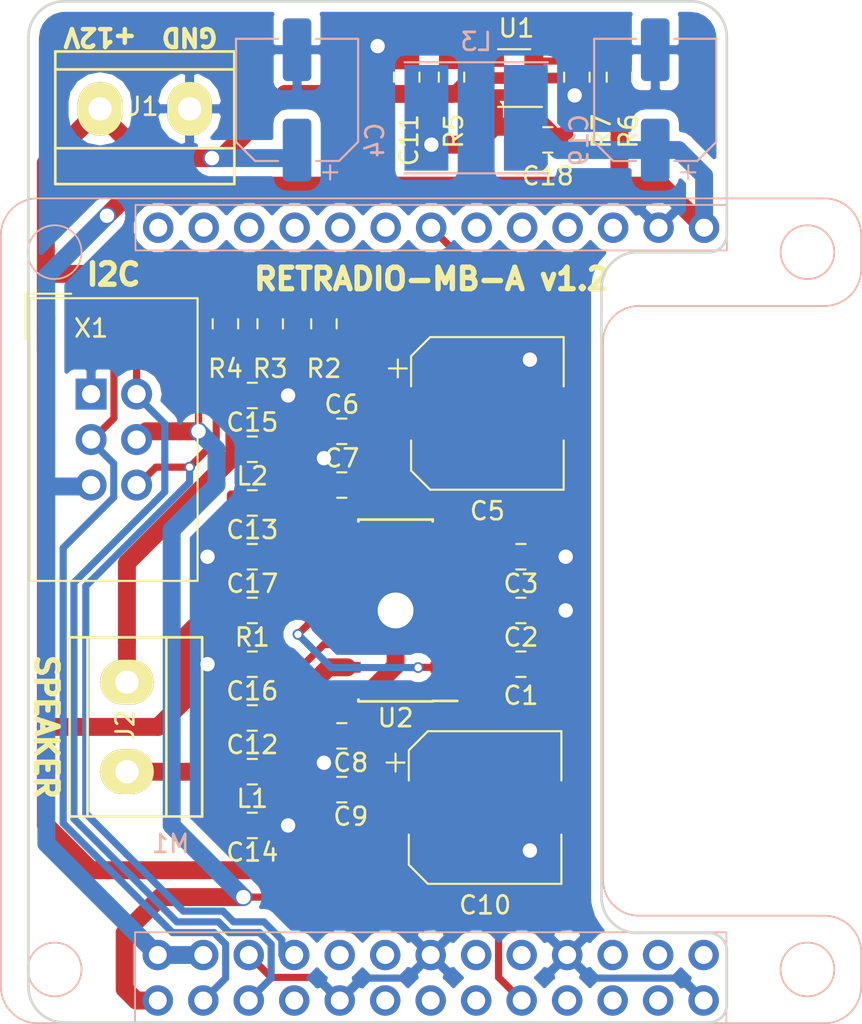
<source format=kicad_pcb>
(kicad_pcb (version 20171130) (host pcbnew 5.0.2-bee76a0~70~ubuntu16.04.1)

  (general
    (thickness 1.6)
    (drawings 21)
    (tracks 278)
    (zones 0)
    (modules 35)
    (nets 23)
  )

  (page A4)
  (layers
    (0 F.Cu signal)
    (31 B.Cu signal)
    (32 B.Adhes user)
    (33 F.Adhes user)
    (34 B.Paste user)
    (35 F.Paste user)
    (36 B.SilkS user)
    (37 F.SilkS user)
    (38 B.Mask user)
    (39 F.Mask user)
    (40 Dwgs.User user)
    (41 Cmts.User user)
    (42 Eco1.User user)
    (43 Eco2.User user)
    (44 Edge.Cuts user)
    (45 Margin user)
    (46 B.CrtYd user)
    (47 F.CrtYd user)
    (48 B.Fab user)
    (49 F.Fab user hide)
  )

  (setup
    (last_trace_width 0.4)
    (trace_clearance 0.2)
    (zone_clearance 0.508)
    (zone_45_only no)
    (trace_min 0.2)
    (segment_width 0.2)
    (edge_width 0.15)
    (via_size 0.6)
    (via_drill 0.4)
    (via_min_size 0.4)
    (via_min_drill 0.3)
    (uvia_size 0.3)
    (uvia_drill 0.1)
    (uvias_allowed no)
    (uvia_min_size 0.2)
    (uvia_min_drill 0.1)
    (pcb_text_width 0.3)
    (pcb_text_size 1.5 1.5)
    (mod_edge_width 0.15)
    (mod_text_size 1 1)
    (mod_text_width 0.15)
    (pad_size 1.524 1.524)
    (pad_drill 0.762)
    (pad_to_mask_clearance 0.2)
    (solder_mask_min_width 0.25)
    (aux_axis_origin 91.5 96)
    (grid_origin 135 53)
    (visible_elements FFFFFF7F)
    (pcbplotparams
      (layerselection 0x010f0_ffffffff)
      (usegerberextensions false)
      (usegerberattributes false)
      (usegerberadvancedattributes false)
      (creategerberjobfile false)
      (excludeedgelayer true)
      (linewidth 0.100000)
      (plotframeref false)
      (viasonmask false)
      (mode 1)
      (useauxorigin false)
      (hpglpennumber 1)
      (hpglpenspeed 20)
      (hpglpendiameter 15.000000)
      (psnegative false)
      (psa4output false)
      (plotreference true)
      (plotvalue true)
      (plotinvisibletext false)
      (padsonsilk false)
      (subtractmaskfromsilk false)
      (outputformat 1)
      (mirror false)
      (drillshape 0)
      (scaleselection 1)
      (outputdirectory "gerber/"))
  )

  (net 0 "")
  (net 1 "Net-(C1-Pad1)")
  (net 2 /AUDIO)
  (net 3 "Net-(C2-Pad1)")
  (net 4 GND)
  (net 5 +12V)
  (net 6 +5V)
  (net 7 "Net-(C12-Pad1)")
  (net 8 "Net-(C12-Pad2)")
  (net 9 "Net-(C13-Pad1)")
  (net 10 "Net-(C13-Pad2)")
  (net 11 "Net-(C14-Pad1)")
  (net 12 "Net-(C15-Pad2)")
  (net 13 +3V3)
  (net 14 /VCLAMP)
  (net 15 /AVCC)
  (net 16 /SDA)
  (net 17 /SCL)
  (net 18 /ALERT)
  (net 19 "Net-(C18-Pad1)")
  (net 20 "Net-(C18-Pad2)")
  (net 21 "Net-(R5-Pad1)")
  (net 22 "Net-(R6-Pad1)")

  (net_class Default "This is the default net class."
    (clearance 0.2)
    (trace_width 0.4)
    (via_dia 0.6)
    (via_drill 0.4)
    (uvia_dia 0.3)
    (uvia_drill 0.1)
    (add_net /ALERT)
    (add_net /AUDIO)
    (add_net /SCL)
    (add_net /SDA)
    (add_net "Net-(C12-Pad2)")
    (add_net "Net-(C13-Pad2)")
    (add_net "Net-(C18-Pad1)")
    (add_net "Net-(R5-Pad1)")
    (add_net "Net-(R6-Pad1)")
  )

  (net_class PWR ""
    (clearance 0.2)
    (trace_width 1)
    (via_dia 1)
    (via_drill 0.8)
    (uvia_dia 0.3)
    (uvia_drill 0.1)
    (add_net +12V)
    (add_net +3V3)
    (add_net +5V)
    (add_net /AVCC)
    (add_net /VCLAMP)
    (add_net GND)
    (add_net "Net-(C1-Pad1)")
    (add_net "Net-(C12-Pad1)")
    (add_net "Net-(C13-Pad1)")
    (add_net "Net-(C14-Pad1)")
    (add_net "Net-(C15-Pad2)")
    (add_net "Net-(C18-Pad2)")
    (add_net "Net-(C2-Pad1)")
  )

  (module device.farm:DG301-5.0-02 (layer F.Cu) (tedit 5777CD9F) (tstamp 5C2CD830)
    (at 97 77 270)
    (path /5C26458B)
    (fp_text reference J2 (at 2.416 0.1 270) (layer F.SilkS)
      (effects (font (size 1 1) (thickness 0.15)))
    )
    (fp_text value Speaker (at 0 -5.4 270) (layer F.Fab)
      (effects (font (size 1 1) (thickness 0.15)))
    )
    (fp_line (start -2.5 -4.2) (end 7.5 -4.2) (layer F.SilkS) (width 0.15))
    (fp_line (start 7.5 -4.2) (end 7.5 3.2) (layer F.SilkS) (width 0.15))
    (fp_line (start 7.5 3.2) (end -2.5 3.2) (layer F.SilkS) (width 0.15))
    (fp_line (start -2.5 3.2) (end -2.5 -4.2) (layer F.SilkS) (width 0.15))
    (fp_line (start -2.5 -2.2) (end 7.5 -2.2) (layer F.SilkS) (width 0.15))
    (fp_line (start -2.5 2.2) (end 7.5 2.2) (layer F.SilkS) (width 0.15))
    (pad 2 thru_hole oval (at 5 0 270) (size 2.5 3) (drill 1.3) (layers *.Cu *.Mask F.SilkS)
      (net 11 "Net-(C14-Pad1)"))
    (pad 1 thru_hole oval (at 0 0 270) (size 2.5 3) (drill 1.3) (layers *.Cu *.Mask F.SilkS)
      (net 12 "Net-(C15-Pad2)"))
    (model ${DF_3D}/DG301-5.0-02.step
      (at (xyz 0 0 0))
      (scale (xyz 1 1 1))
      (rotate (xyz 0 0 0))
    )
  )

  (module device.farm:DG301-5.0-02 (layer F.Cu) (tedit 5777CD9F) (tstamp 5C2CD82B)
    (at 100.5 45 180)
    (path /5C26B058)
    (fp_text reference J1 (at 2.584 0.128 180) (layer F.SilkS)
      (effects (font (size 1 1) (thickness 0.15)))
    )
    (fp_text value Power (at 0 -5.4 180) (layer F.Fab)
      (effects (font (size 1 1) (thickness 0.15)))
    )
    (fp_line (start -2.5 -4.2) (end 7.5 -4.2) (layer F.SilkS) (width 0.15))
    (fp_line (start 7.5 -4.2) (end 7.5 3.2) (layer F.SilkS) (width 0.15))
    (fp_line (start 7.5 3.2) (end -2.5 3.2) (layer F.SilkS) (width 0.15))
    (fp_line (start -2.5 3.2) (end -2.5 -4.2) (layer F.SilkS) (width 0.15))
    (fp_line (start -2.5 -2.2) (end 7.5 -2.2) (layer F.SilkS) (width 0.15))
    (fp_line (start -2.5 2.2) (end 7.5 2.2) (layer F.SilkS) (width 0.15))
    (pad 2 thru_hole oval (at 5 0 180) (size 2.5 3) (drill 1.3) (layers *.Cu *.Mask F.SilkS)
      (net 5 +12V))
    (pad 1 thru_hole oval (at 0 0 180) (size 2.5 3) (drill 1.3) (layers *.Cu *.Mask F.SilkS)
      (net 4 GND))
    (model ${DF_3D}/DG301-5.0-02.step
      (at (xyz 0 0 0))
      (scale (xyz 1 1 1))
      (rotate (xyz 0 0 0))
    )
  )

  (module device.farm:Orange-Pi-Zero locked (layer B.Cu) (tedit 5CC2411A) (tstamp 5C27DBFE)
    (at 135 53)
    (path /5C2617B0)
    (fp_text reference M1 (at -35.56 33.02) (layer B.SilkS)
      (effects (font (size 1 1) (thickness 0.15)) (justify mirror))
    )
    (fp_text value Orange-Pi-Zero (at -31.75 35.56) (layer B.Fab)
      (effects (font (size 1 1) (thickness 0.15)) (justify mirror))
    )
    (fp_line (start -6.091472 -1.685342) (end -6.091472 -1.045342) (layer B.SilkS) (width 0.1))
    (fp_arc (start -9.413229 35.036013) (end -11.413229 35.036013) (angle -90) (layer B.SilkS) (width 0.1))
    (fp_circle (center -5.771472 -1.365342) (end -5.318924 -1.365342) (layer B.SilkS) (width 0.1))
    (fp_line (start -37.521472 -2.635342) (end -37.521472 -0.095342) (layer B.SilkS) (width 0.1))
    (fp_line (start -9.413229 37.036013) (end 0.942795 37.036013) (layer B.SilkS) (width 0.1))
    (fp_line (start -11.413229 5.00257) (end -11.413229 35.036013) (layer B.SilkS) (width 0.1))
    (fp_circle (center -42.034973 0) (end -40.534973 0) (layer B.SilkS) (width 0.1))
    (fp_line (start 0.942795 3.00257) (end -9.413229 3.00257) (layer B.SilkS) (width 0.1))
    (fp_arc (start 0.942795 0.942796) (end 0.942795 3.00257) (angle -90) (layer B.SilkS) (width 0.1))
    (fp_arc (start 0.942795 40.981379) (end 0.942795 43.041154) (angle -90) (layer B.SilkS) (width 0.1))
    (fp_arc (start 0.942795 39.095788) (end 3.00257 39.095788) (angle -90) (layer B.SilkS) (width 0.1))
    (fp_arc (start -42.977769 40.981379) (end -45.037543 40.981379) (angle -90) (layer B.SilkS) (width 0.1))
    (fp_arc (start -42.977769 -0.942796) (end -42.977769 -3.002571) (angle -90) (layer B.SilkS) (width 0.1))
    (fp_arc (start 0.942795 -0.942796) (end 3.00257 -0.942796) (angle -90) (layer B.SilkS) (width 0.1))
    (fp_line (start -37.547108 37.961414) (end -37.547108 43.041414) (layer B.SilkS) (width 0.1))
    (fp_line (start -4.527108 37.961414) (end -37.547108 37.961414) (layer B.SilkS) (width 0.1))
    (fp_line (start -4.527108 37.961414) (end -4.527108 43.041414) (layer B.SilkS) (width 0.1))
    (fp_line (start -4.501472 -2.635342) (end -37.521472 -2.635342) (layer B.SilkS) (width 0.1))
    (fp_line (start -4.501472 -2.635342) (end -4.501472 -0.095342) (layer B.SilkS) (width 0.1))
    (fp_line (start -42.977769 43.041154) (end 0.942795 43.041154) (layer B.SilkS) (width 0.1))
    (fp_line (start 3.00257 39.095788) (end 3.00257 40.981379) (layer B.SilkS) (width 0.1))
    (fp_circle (center -42.034973 40.038583) (end -40.534973 40.038583) (layer B.SilkS) (width 0.1))
    (fp_line (start -37.521472 -0.095342) (end -4.501472 -0.095342) (layer B.SilkS) (width 0.1))
    (fp_line (start -42.977769 -3.002571) (end 0.942795 -3.002571) (layer B.SilkS) (width 0.1))
    (fp_line (start -6.091472 -1.045342) (end -5.451472 -1.045342) (layer B.SilkS) (width 0.1))
    (fp_arc (start -9.413229 5.00257) (end -9.413229 3.00257) (angle -90) (layer B.SilkS) (width 0.1))
    (fp_circle (center 0 0) (end 1.5 0) (layer B.SilkS) (width 0.1))
    (fp_line (start -45.037543 -0.942796) (end -45.037543 40.981379) (layer B.SilkS) (width 0.1))
    (fp_circle (center 0 40.038583) (end 1.5 40.038583) (layer B.SilkS) (width 0.1))
    (fp_line (start 3.00257 -0.942796) (end 3.00257 0.942796) (layer B.SilkS) (width 0.1))
    (pad 27 thru_hole circle (at -5.771472 -1.365342) (size 1.7 1.7) (drill 1) (layers *.Cu *.Mask)
      (net 6 +5V))
    (pad 28 thru_hole circle (at -8.311472 -1.365342) (size 1.7 1.7) (drill 1) (layers *.Cu *.Mask)
      (net 4 GND))
    (pad 29 thru_hole circle (at -10.851472 -1.365342) (size 1.7 1.7) (drill 1) (layers *.Cu *.Mask))
    (pad 30 thru_hole circle (at -13.391472 -1.365342) (size 1.7 1.7) (drill 1) (layers *.Cu *.Mask))
    (pad 31 thru_hole circle (at -15.931472 -1.365342) (size 1.7 1.7) (drill 1) (layers *.Cu *.Mask))
    (pad 32 thru_hole circle (at -18.471472 -1.365342) (size 1.7 1.7) (drill 1) (layers *.Cu *.Mask))
    (pad 33 thru_hole circle (at -21.011472 -1.365342) (size 1.7 1.7) (drill 1) (layers *.Cu *.Mask)
      (net 2 /AUDIO))
    (pad 34 thru_hole circle (at -23.551472 -1.365342) (size 1.7 1.7) (drill 1) (layers *.Cu *.Mask))
    (pad 35 thru_hole circle (at -26.091472 -1.365342) (size 1.7 1.7) (drill 1) (layers *.Cu *.Mask))
    (pad 36 thru_hole circle (at -28.631472 -1.365342) (size 1.7 1.7) (drill 1) (layers *.Cu *.Mask))
    (pad 37 thru_hole circle (at -31.171472 -1.365342) (size 1.7 1.7) (drill 1) (layers *.Cu *.Mask))
    (pad 38 thru_hole circle (at -33.711472 -1.365342) (size 1.7 1.7) (drill 1) (layers *.Cu *.Mask))
    (pad 39 thru_hole circle (at -36.251472 -1.365342) (size 1.7 1.7) (drill 1) (layers *.Cu *.Mask))
    (pad 26 thru_hole circle (at -5.797108 39.231414) (size 1.7 1.7) (drill 1) (layers *.Cu *.Mask))
    (pad 25 thru_hole circle (at -5.797108 41.771414) (size 1.7 1.7) (drill 1) (layers *.Cu *.Mask)
      (net 4 GND))
    (pad 24 thru_hole circle (at -8.337108 39.231414) (size 1.7 1.7) (drill 1) (layers *.Cu *.Mask))
    (pad 23 thru_hole circle (at -8.337108 41.771414) (size 1.7 1.7) (drill 1) (layers *.Cu *.Mask))
    (pad 22 thru_hole circle (at -10.877108 39.231414) (size 1.7 1.7) (drill 1) (layers *.Cu *.Mask))
    (pad 21 thru_hole circle (at -10.877108 41.771414) (size 1.7 1.7) (drill 1) (layers *.Cu *.Mask))
    (pad 20 thru_hole circle (at -13.417108 39.231414) (size 1.7 1.7) (drill 1) (layers *.Cu *.Mask)
      (net 4 GND))
    (pad 19 thru_hole circle (at -13.417108 41.771414) (size 1.7 1.7) (drill 1) (layers *.Cu *.Mask))
    (pad 18 thru_hole circle (at -15.957108 39.231414) (size 1.7 1.7) (drill 1) (layers *.Cu *.Mask))
    (pad 17 thru_hole circle (at -15.957108 41.771414) (size 1.7 1.7) (drill 1) (layers *.Cu *.Mask)
      (net 13 +3V3))
    (pad 16 thru_hole circle (at -18.497108 39.231414) (size 1.7 1.7) (drill 1) (layers *.Cu *.Mask))
    (pad 15 thru_hole circle (at -18.497108 41.771414) (size 1.7 1.7) (drill 1) (layers *.Cu *.Mask))
    (pad 14 thru_hole circle (at -21.037108 39.231414) (size 1.7 1.7) (drill 1) (layers *.Cu *.Mask)
      (net 4 GND))
    (pad 13 thru_hole circle (at -21.037108 41.771414) (size 1.7 1.7) (drill 1) (layers *.Cu *.Mask))
    (pad 12 thru_hole circle (at -23.577108 39.231414) (size 1.7 1.7) (drill 1) (layers *.Cu *.Mask))
    (pad 11 thru_hole circle (at -23.577108 41.771414) (size 1.7 1.7) (drill 1) (layers *.Cu *.Mask))
    (pad 10 thru_hole circle (at -26.117108 39.231414) (size 1.7 1.7) (drill 1) (layers *.Cu *.Mask))
    (pad 9 thru_hole circle (at -26.117108 41.771414) (size 1.7 1.7) (drill 1) (layers *.Cu *.Mask)
      (net 4 GND))
    (pad 8 thru_hole circle (at -28.657108 39.231414) (size 1.7 1.7) (drill 1) (layers *.Cu *.Mask)
      (net 18 /ALERT))
    (pad 7 thru_hole circle (at -28.657108 41.771414) (size 1.7 1.7) (drill 1) (layers *.Cu *.Mask))
    (pad 6 thru_hole circle (at -31.197108 39.231414) (size 1.7 1.7) (drill 1) (layers *.Cu *.Mask)
      (net 4 GND))
    (pad 5 thru_hole circle (at -31.197108 41.771414) (size 1.7 1.7) (drill 1) (layers *.Cu *.Mask)
      (net 17 /SCL))
    (pad 4 thru_hole circle (at -33.737108 39.231414) (size 1.7 1.7) (drill 1) (layers *.Cu *.Mask)
      (net 6 +5V))
    (pad 3 thru_hole circle (at -33.737108 41.771414) (size 1.7 1.7) (drill 1) (layers *.Cu *.Mask)
      (net 16 /SDA))
    (pad 2 thru_hole circle (at -36.277108 39.231414) (size 1.7 1.7) (drill 1) (layers *.Cu *.Mask)
      (net 6 +5V))
    (pad 1 thru_hole circle (at -36.277108 41.771414) (size 1.7 1.7) (drill 1) (layers *.Cu *.Mask)
      (net 13 +3V3))
    (model "${DF}/device.farm.pretty/Orange Pi Zero.step"
      (at (xyz 0 0 0))
      (scale (xyz 1 1 1))
      (rotate (xyz 0 0 0))
    )
  )

  (module Capacitor_SMD:C_0805_2012Metric (layer F.Cu) (tedit 5B36C52B) (tstamp 5CB34F97)
    (at 119 76)
    (descr "Capacitor SMD 0805 (2012 Metric), square (rectangular) end terminal, IPC_7351 nominal, (Body size source: https://docs.google.com/spreadsheets/d/1BsfQQcO9C6DZCsRaXUlFlo91Tg2WpOkGARC1WS5S8t0/edit?usp=sharing), generated with kicad-footprint-generator")
    (tags capacitor)
    (path /5C262ACC)
    (attr smd)
    (fp_text reference C1 (at 0 1.75) (layer F.SilkS)
      (effects (font (size 1 1) (thickness 0.15)))
    )
    (fp_text value 470n (at 0 1.65) (layer F.Fab)
      (effects (font (size 1 1) (thickness 0.15)))
    )
    (fp_text user %R (at 0 0) (layer F.Fab)
      (effects (font (size 0.5 0.5) (thickness 0.08)))
    )
    (fp_line (start 1.68 0.95) (end -1.68 0.95) (layer F.CrtYd) (width 0.05))
    (fp_line (start 1.68 -0.95) (end 1.68 0.95) (layer F.CrtYd) (width 0.05))
    (fp_line (start -1.68 -0.95) (end 1.68 -0.95) (layer F.CrtYd) (width 0.05))
    (fp_line (start -1.68 0.95) (end -1.68 -0.95) (layer F.CrtYd) (width 0.05))
    (fp_line (start -0.258578 0.71) (end 0.258578 0.71) (layer F.SilkS) (width 0.12))
    (fp_line (start -0.258578 -0.71) (end 0.258578 -0.71) (layer F.SilkS) (width 0.12))
    (fp_line (start 1 0.6) (end -1 0.6) (layer F.Fab) (width 0.1))
    (fp_line (start 1 -0.6) (end 1 0.6) (layer F.Fab) (width 0.1))
    (fp_line (start -1 -0.6) (end 1 -0.6) (layer F.Fab) (width 0.1))
    (fp_line (start -1 0.6) (end -1 -0.6) (layer F.Fab) (width 0.1))
    (pad 2 smd roundrect (at 0.9375 0) (size 0.975 1.4) (layers F.Cu F.Paste F.Mask) (roundrect_rratio 0.25)
      (net 2 /AUDIO))
    (pad 1 smd roundrect (at -0.9375 0) (size 0.975 1.4) (layers F.Cu F.Paste F.Mask) (roundrect_rratio 0.25)
      (net 1 "Net-(C1-Pad1)"))
    (model ${KISYS3DMOD}/Capacitor_SMD.3dshapes/C_0805_2012Metric.wrl
      (at (xyz 0 0 0))
      (scale (xyz 1 1 1))
      (rotate (xyz 0 0 0))
    )
  )

  (module Capacitor_SMD:C_0805_2012Metric (layer F.Cu) (tedit 5B36C52B) (tstamp 5CB34FA7)
    (at 119 73)
    (descr "Capacitor SMD 0805 (2012 Metric), square (rectangular) end terminal, IPC_7351 nominal, (Body size source: https://docs.google.com/spreadsheets/d/1BsfQQcO9C6DZCsRaXUlFlo91Tg2WpOkGARC1WS5S8t0/edit?usp=sharing), generated with kicad-footprint-generator")
    (tags capacitor)
    (path /5C262007)
    (attr smd)
    (fp_text reference C2 (at 0 1.5) (layer F.SilkS)
      (effects (font (size 1 1) (thickness 0.15)))
    )
    (fp_text value 1u (at 0 1.65) (layer F.Fab)
      (effects (font (size 1 1) (thickness 0.15)))
    )
    (fp_text user %R (at 0 0) (layer F.Fab)
      (effects (font (size 0.5 0.5) (thickness 0.08)))
    )
    (fp_line (start 1.68 0.95) (end -1.68 0.95) (layer F.CrtYd) (width 0.05))
    (fp_line (start 1.68 -0.95) (end 1.68 0.95) (layer F.CrtYd) (width 0.05))
    (fp_line (start -1.68 -0.95) (end 1.68 -0.95) (layer F.CrtYd) (width 0.05))
    (fp_line (start -1.68 0.95) (end -1.68 -0.95) (layer F.CrtYd) (width 0.05))
    (fp_line (start -0.258578 0.71) (end 0.258578 0.71) (layer F.SilkS) (width 0.12))
    (fp_line (start -0.258578 -0.71) (end 0.258578 -0.71) (layer F.SilkS) (width 0.12))
    (fp_line (start 1 0.6) (end -1 0.6) (layer F.Fab) (width 0.1))
    (fp_line (start 1 -0.6) (end 1 0.6) (layer F.Fab) (width 0.1))
    (fp_line (start -1 -0.6) (end 1 -0.6) (layer F.Fab) (width 0.1))
    (fp_line (start -1 0.6) (end -1 -0.6) (layer F.Fab) (width 0.1))
    (pad 2 smd roundrect (at 0.9375 0) (size 0.975 1.4) (layers F.Cu F.Paste F.Mask) (roundrect_rratio 0.25)
      (net 4 GND))
    (pad 1 smd roundrect (at -0.9375 0) (size 0.975 1.4) (layers F.Cu F.Paste F.Mask) (roundrect_rratio 0.25)
      (net 3 "Net-(C2-Pad1)"))
    (model ${KISYS3DMOD}/Capacitor_SMD.3dshapes/C_0805_2012Metric.wrl
      (at (xyz 0 0 0))
      (scale (xyz 1 1 1))
      (rotate (xyz 0 0 0))
    )
  )

  (module Capacitor_SMD:C_0805_2012Metric (layer F.Cu) (tedit 5B36C52B) (tstamp 5CB34FB7)
    (at 119 70)
    (descr "Capacitor SMD 0805 (2012 Metric), square (rectangular) end terminal, IPC_7351 nominal, (Body size source: https://docs.google.com/spreadsheets/d/1BsfQQcO9C6DZCsRaXUlFlo91Tg2WpOkGARC1WS5S8t0/edit?usp=sharing), generated with kicad-footprint-generator")
    (tags capacitor)
    (path /5C2621FC)
    (attr smd)
    (fp_text reference C3 (at 0 1.5) (layer F.SilkS)
      (effects (font (size 1 1) (thickness 0.15)))
    )
    (fp_text value 1u (at 0 1.65) (layer F.Fab)
      (effects (font (size 1 1) (thickness 0.15)))
    )
    (fp_text user %R (at 0 0) (layer F.Fab)
      (effects (font (size 0.5 0.5) (thickness 0.08)))
    )
    (fp_line (start 1.68 0.95) (end -1.68 0.95) (layer F.CrtYd) (width 0.05))
    (fp_line (start 1.68 -0.95) (end 1.68 0.95) (layer F.CrtYd) (width 0.05))
    (fp_line (start -1.68 -0.95) (end 1.68 -0.95) (layer F.CrtYd) (width 0.05))
    (fp_line (start -1.68 0.95) (end -1.68 -0.95) (layer F.CrtYd) (width 0.05))
    (fp_line (start -0.258578 0.71) (end 0.258578 0.71) (layer F.SilkS) (width 0.12))
    (fp_line (start -0.258578 -0.71) (end 0.258578 -0.71) (layer F.SilkS) (width 0.12))
    (fp_line (start 1 0.6) (end -1 0.6) (layer F.Fab) (width 0.1))
    (fp_line (start 1 -0.6) (end 1 0.6) (layer F.Fab) (width 0.1))
    (fp_line (start -1 -0.6) (end 1 -0.6) (layer F.Fab) (width 0.1))
    (fp_line (start -1 0.6) (end -1 -0.6) (layer F.Fab) (width 0.1))
    (pad 2 smd roundrect (at 0.9375 0) (size 0.975 1.4) (layers F.Cu F.Paste F.Mask) (roundrect_rratio 0.25)
      (net 4 GND))
    (pad 1 smd roundrect (at -0.9375 0) (size 0.975 1.4) (layers F.Cu F.Paste F.Mask) (roundrect_rratio 0.25)
      (net 14 /VCLAMP))
    (model ${KISYS3DMOD}/Capacitor_SMD.3dshapes/C_0805_2012Metric.wrl
      (at (xyz 0 0 0))
      (scale (xyz 1 1 1))
      (rotate (xyz 0 0 0))
    )
  )

  (module Capacitor_SMD:CP_Elec_8x10 (layer F.Cu) (tedit 5BCA39D0) (tstamp 5CB34FD7)
    (at 117.127432 62)
    (descr "SMD capacitor, aluminum electrolytic, Nichicon, 8.0x10mm")
    (tags "capacitor electrolytic")
    (path /5C2623D4)
    (attr smd)
    (fp_text reference C5 (at 0 5.45) (layer F.SilkS)
      (effects (font (size 1 1) (thickness 0.15)))
    )
    (fp_text value 470u/16V (at 0 -5.45) (layer F.Fab)
      (effects (font (size 1 1) (thickness 0.15)))
    )
    (fp_text user %R (at 0 0) (layer F.Fab)
      (effects (font (size 1 1) (thickness 0.15)))
    )
    (fp_line (start -5.25 1.5) (end -4.4 1.5) (layer F.CrtYd) (width 0.05))
    (fp_line (start -5.25 -1.5) (end -5.25 1.5) (layer F.CrtYd) (width 0.05))
    (fp_line (start -4.4 -1.5) (end -5.25 -1.5) (layer F.CrtYd) (width 0.05))
    (fp_line (start -4.4 1.5) (end -4.4 3.25) (layer F.CrtYd) (width 0.05))
    (fp_line (start -4.4 -3.25) (end -4.4 -1.5) (layer F.CrtYd) (width 0.05))
    (fp_line (start -4.4 -3.25) (end -3.25 -4.4) (layer F.CrtYd) (width 0.05))
    (fp_line (start -4.4 3.25) (end -3.25 4.4) (layer F.CrtYd) (width 0.05))
    (fp_line (start -3.25 -4.4) (end 4.4 -4.4) (layer F.CrtYd) (width 0.05))
    (fp_line (start -3.25 4.4) (end 4.4 4.4) (layer F.CrtYd) (width 0.05))
    (fp_line (start 4.4 1.5) (end 4.4 4.4) (layer F.CrtYd) (width 0.05))
    (fp_line (start 5.25 1.5) (end 4.4 1.5) (layer F.CrtYd) (width 0.05))
    (fp_line (start 5.25 -1.5) (end 5.25 1.5) (layer F.CrtYd) (width 0.05))
    (fp_line (start 4.4 -1.5) (end 5.25 -1.5) (layer F.CrtYd) (width 0.05))
    (fp_line (start 4.4 -4.4) (end 4.4 -1.5) (layer F.CrtYd) (width 0.05))
    (fp_line (start -5 -3.01) (end -5 -2.01) (layer F.SilkS) (width 0.12))
    (fp_line (start -5.5 -2.51) (end -4.5 -2.51) (layer F.SilkS) (width 0.12))
    (fp_line (start -4.26 3.195563) (end -3.195563 4.26) (layer F.SilkS) (width 0.12))
    (fp_line (start -4.26 -3.195563) (end -3.195563 -4.26) (layer F.SilkS) (width 0.12))
    (fp_line (start -4.26 -3.195563) (end -4.26 -1.51) (layer F.SilkS) (width 0.12))
    (fp_line (start -4.26 3.195563) (end -4.26 1.51) (layer F.SilkS) (width 0.12))
    (fp_line (start -3.195563 4.26) (end 4.26 4.26) (layer F.SilkS) (width 0.12))
    (fp_line (start -3.195563 -4.26) (end 4.26 -4.26) (layer F.SilkS) (width 0.12))
    (fp_line (start 4.26 -4.26) (end 4.26 -1.51) (layer F.SilkS) (width 0.12))
    (fp_line (start 4.26 4.26) (end 4.26 1.51) (layer F.SilkS) (width 0.12))
    (fp_line (start -3.162278 -1.9) (end -3.162278 -1.1) (layer F.Fab) (width 0.1))
    (fp_line (start -3.562278 -1.5) (end -2.762278 -1.5) (layer F.Fab) (width 0.1))
    (fp_line (start -4.15 3.15) (end -3.15 4.15) (layer F.Fab) (width 0.1))
    (fp_line (start -4.15 -3.15) (end -3.15 -4.15) (layer F.Fab) (width 0.1))
    (fp_line (start -4.15 -3.15) (end -4.15 3.15) (layer F.Fab) (width 0.1))
    (fp_line (start -3.15 4.15) (end 4.15 4.15) (layer F.Fab) (width 0.1))
    (fp_line (start -3.15 -4.15) (end 4.15 -4.15) (layer F.Fab) (width 0.1))
    (fp_line (start 4.15 -4.15) (end 4.15 4.15) (layer F.Fab) (width 0.1))
    (fp_circle (center 0 0) (end 4 0) (layer F.Fab) (width 0.1))
    (pad 2 smd roundrect (at 3.25 0) (size 3.5 2.5) (layers F.Cu F.Paste F.Mask) (roundrect_rratio 0.1)
      (net 4 GND))
    (pad 1 smd roundrect (at -3.25 0) (size 3.5 2.5) (layers F.Cu F.Paste F.Mask) (roundrect_rratio 0.1)
      (net 5 +12V))
    (model ${KISYS3DMOD}/Capacitor_SMD.3dshapes/CP_Elec_8x10.wrl
      (at (xyz 0 0 0))
      (scale (xyz 1 1 1))
      (rotate (xyz 0 0 0))
    )
  )

  (module Capacitor_SMD:C_0805_2012Metric (layer F.Cu) (tedit 5B36C52B) (tstamp 5CB34FFE)
    (at 109 63)
    (descr "Capacitor SMD 0805 (2012 Metric), square (rectangular) end terminal, IPC_7351 nominal, (Body size source: https://docs.google.com/spreadsheets/d/1BsfQQcO9C6DZCsRaXUlFlo91Tg2WpOkGARC1WS5S8t0/edit?usp=sharing), generated with kicad-footprint-generator")
    (tags capacitor)
    (path /5C2623B0)
    (attr smd)
    (fp_text reference C6 (at 0 -1.5) (layer F.SilkS)
      (effects (font (size 1 1) (thickness 0.15)))
    )
    (fp_text value 10u (at 0 1.65) (layer F.Fab)
      (effects (font (size 1 1) (thickness 0.15)))
    )
    (fp_text user %R (at 0 0) (layer F.Fab)
      (effects (font (size 0.5 0.5) (thickness 0.08)))
    )
    (fp_line (start 1.68 0.95) (end -1.68 0.95) (layer F.CrtYd) (width 0.05))
    (fp_line (start 1.68 -0.95) (end 1.68 0.95) (layer F.CrtYd) (width 0.05))
    (fp_line (start -1.68 -0.95) (end 1.68 -0.95) (layer F.CrtYd) (width 0.05))
    (fp_line (start -1.68 0.95) (end -1.68 -0.95) (layer F.CrtYd) (width 0.05))
    (fp_line (start -0.258578 0.71) (end 0.258578 0.71) (layer F.SilkS) (width 0.12))
    (fp_line (start -0.258578 -0.71) (end 0.258578 -0.71) (layer F.SilkS) (width 0.12))
    (fp_line (start 1 0.6) (end -1 0.6) (layer F.Fab) (width 0.1))
    (fp_line (start 1 -0.6) (end 1 0.6) (layer F.Fab) (width 0.1))
    (fp_line (start -1 -0.6) (end 1 -0.6) (layer F.Fab) (width 0.1))
    (fp_line (start -1 0.6) (end -1 -0.6) (layer F.Fab) (width 0.1))
    (pad 2 smd roundrect (at 0.9375 0) (size 0.975 1.4) (layers F.Cu F.Paste F.Mask) (roundrect_rratio 0.25)
      (net 5 +12V))
    (pad 1 smd roundrect (at -0.9375 0) (size 0.975 1.4) (layers F.Cu F.Paste F.Mask) (roundrect_rratio 0.25)
      (net 4 GND))
    (model ${KISYS3DMOD}/Capacitor_SMD.3dshapes/C_0805_2012Metric.wrl
      (at (xyz 0 0 0))
      (scale (xyz 1 1 1))
      (rotate (xyz 0 0 0))
    )
  )

  (module Capacitor_SMD:C_0805_2012Metric (layer F.Cu) (tedit 5B36C52B) (tstamp 5CB3500E)
    (at 109 66)
    (descr "Capacitor SMD 0805 (2012 Metric), square (rectangular) end terminal, IPC_7351 nominal, (Body size source: https://docs.google.com/spreadsheets/d/1BsfQQcO9C6DZCsRaXUlFlo91Tg2WpOkGARC1WS5S8t0/edit?usp=sharing), generated with kicad-footprint-generator")
    (tags capacitor)
    (path /5C26234F)
    (attr smd)
    (fp_text reference C7 (at 0 -1.5) (layer F.SilkS)
      (effects (font (size 1 1) (thickness 0.15)))
    )
    (fp_text value 100n (at 0 1.65) (layer F.Fab)
      (effects (font (size 1 1) (thickness 0.15)))
    )
    (fp_text user %R (at 0 0) (layer F.Fab)
      (effects (font (size 0.5 0.5) (thickness 0.08)))
    )
    (fp_line (start 1.68 0.95) (end -1.68 0.95) (layer F.CrtYd) (width 0.05))
    (fp_line (start 1.68 -0.95) (end 1.68 0.95) (layer F.CrtYd) (width 0.05))
    (fp_line (start -1.68 -0.95) (end 1.68 -0.95) (layer F.CrtYd) (width 0.05))
    (fp_line (start -1.68 0.95) (end -1.68 -0.95) (layer F.CrtYd) (width 0.05))
    (fp_line (start -0.258578 0.71) (end 0.258578 0.71) (layer F.SilkS) (width 0.12))
    (fp_line (start -0.258578 -0.71) (end 0.258578 -0.71) (layer F.SilkS) (width 0.12))
    (fp_line (start 1 0.6) (end -1 0.6) (layer F.Fab) (width 0.1))
    (fp_line (start 1 -0.6) (end 1 0.6) (layer F.Fab) (width 0.1))
    (fp_line (start -1 -0.6) (end 1 -0.6) (layer F.Fab) (width 0.1))
    (fp_line (start -1 0.6) (end -1 -0.6) (layer F.Fab) (width 0.1))
    (pad 2 smd roundrect (at 0.9375 0) (size 0.975 1.4) (layers F.Cu F.Paste F.Mask) (roundrect_rratio 0.25)
      (net 5 +12V))
    (pad 1 smd roundrect (at -0.9375 0) (size 0.975 1.4) (layers F.Cu F.Paste F.Mask) (roundrect_rratio 0.25)
      (net 4 GND))
    (model ${KISYS3DMOD}/Capacitor_SMD.3dshapes/C_0805_2012Metric.wrl
      (at (xyz 0 0 0))
      (scale (xyz 1 1 1))
      (rotate (xyz 0 0 0))
    )
  )

  (module Capacitor_SMD:C_0805_2012Metric (layer F.Cu) (tedit 5B36C52B) (tstamp 5CB3501E)
    (at 109 80)
    (descr "Capacitor SMD 0805 (2012 Metric), square (rectangular) end terminal, IPC_7351 nominal, (Body size source: https://docs.google.com/spreadsheets/d/1BsfQQcO9C6DZCsRaXUlFlo91Tg2WpOkGARC1WS5S8t0/edit?usp=sharing), generated with kicad-footprint-generator")
    (tags capacitor)
    (path /5C26255D)
    (attr smd)
    (fp_text reference C8 (at 0.5 1.5) (layer F.SilkS)
      (effects (font (size 1 1) (thickness 0.15)))
    )
    (fp_text value 100n (at 0 1.65) (layer F.Fab)
      (effects (font (size 1 1) (thickness 0.15)))
    )
    (fp_text user %R (at 0 0) (layer F.Fab)
      (effects (font (size 0.5 0.5) (thickness 0.08)))
    )
    (fp_line (start 1.68 0.95) (end -1.68 0.95) (layer F.CrtYd) (width 0.05))
    (fp_line (start 1.68 -0.95) (end 1.68 0.95) (layer F.CrtYd) (width 0.05))
    (fp_line (start -1.68 -0.95) (end 1.68 -0.95) (layer F.CrtYd) (width 0.05))
    (fp_line (start -1.68 0.95) (end -1.68 -0.95) (layer F.CrtYd) (width 0.05))
    (fp_line (start -0.258578 0.71) (end 0.258578 0.71) (layer F.SilkS) (width 0.12))
    (fp_line (start -0.258578 -0.71) (end 0.258578 -0.71) (layer F.SilkS) (width 0.12))
    (fp_line (start 1 0.6) (end -1 0.6) (layer F.Fab) (width 0.1))
    (fp_line (start 1 -0.6) (end 1 0.6) (layer F.Fab) (width 0.1))
    (fp_line (start -1 -0.6) (end 1 -0.6) (layer F.Fab) (width 0.1))
    (fp_line (start -1 0.6) (end -1 -0.6) (layer F.Fab) (width 0.1))
    (pad 2 smd roundrect (at 0.9375 0) (size 0.975 1.4) (layers F.Cu F.Paste F.Mask) (roundrect_rratio 0.25)
      (net 5 +12V))
    (pad 1 smd roundrect (at -0.9375 0) (size 0.975 1.4) (layers F.Cu F.Paste F.Mask) (roundrect_rratio 0.25)
      (net 4 GND))
    (model ${KISYS3DMOD}/Capacitor_SMD.3dshapes/C_0805_2012Metric.wrl
      (at (xyz 0 0 0))
      (scale (xyz 1 1 1))
      (rotate (xyz 0 0 0))
    )
  )

  (module Capacitor_SMD:C_0805_2012Metric (layer F.Cu) (tedit 5B36C52B) (tstamp 5CB3502E)
    (at 109 83)
    (descr "Capacitor SMD 0805 (2012 Metric), square (rectangular) end terminal, IPC_7351 nominal, (Body size source: https://docs.google.com/spreadsheets/d/1BsfQQcO9C6DZCsRaXUlFlo91Tg2WpOkGARC1WS5S8t0/edit?usp=sharing), generated with kicad-footprint-generator")
    (tags capacitor)
    (path /5C2625C9)
    (attr smd)
    (fp_text reference C9 (at 0.5 1.5) (layer F.SilkS)
      (effects (font (size 1 1) (thickness 0.15)))
    )
    (fp_text value 10u (at 0 1.65) (layer F.Fab)
      (effects (font (size 1 1) (thickness 0.15)))
    )
    (fp_text user %R (at 0 0) (layer F.Fab)
      (effects (font (size 0.5 0.5) (thickness 0.08)))
    )
    (fp_line (start 1.68 0.95) (end -1.68 0.95) (layer F.CrtYd) (width 0.05))
    (fp_line (start 1.68 -0.95) (end 1.68 0.95) (layer F.CrtYd) (width 0.05))
    (fp_line (start -1.68 -0.95) (end 1.68 -0.95) (layer F.CrtYd) (width 0.05))
    (fp_line (start -1.68 0.95) (end -1.68 -0.95) (layer F.CrtYd) (width 0.05))
    (fp_line (start -0.258578 0.71) (end 0.258578 0.71) (layer F.SilkS) (width 0.12))
    (fp_line (start -0.258578 -0.71) (end 0.258578 -0.71) (layer F.SilkS) (width 0.12))
    (fp_line (start 1 0.6) (end -1 0.6) (layer F.Fab) (width 0.1))
    (fp_line (start 1 -0.6) (end 1 0.6) (layer F.Fab) (width 0.1))
    (fp_line (start -1 -0.6) (end 1 -0.6) (layer F.Fab) (width 0.1))
    (fp_line (start -1 0.6) (end -1 -0.6) (layer F.Fab) (width 0.1))
    (pad 2 smd roundrect (at 0.9375 0) (size 0.975 1.4) (layers F.Cu F.Paste F.Mask) (roundrect_rratio 0.25)
      (net 5 +12V))
    (pad 1 smd roundrect (at -0.9375 0) (size 0.975 1.4) (layers F.Cu F.Paste F.Mask) (roundrect_rratio 0.25)
      (net 4 GND))
    (model ${KISYS3DMOD}/Capacitor_SMD.3dshapes/C_0805_2012Metric.wrl
      (at (xyz 0 0 0))
      (scale (xyz 1 1 1))
      (rotate (xyz 0 0 0))
    )
  )

  (module Capacitor_SMD:CP_Elec_8x10 (layer F.Cu) (tedit 5BCA39D0) (tstamp 5CB3503E)
    (at 117 84)
    (descr "SMD capacitor, aluminum electrolytic, Nichicon, 8.0x10mm")
    (tags "capacitor electrolytic")
    (path /5C2625FE)
    (attr smd)
    (fp_text reference C10 (at 0 5.45) (layer F.SilkS)
      (effects (font (size 1 1) (thickness 0.15)))
    )
    (fp_text value 470u/16V (at 0 -5.45) (layer F.Fab)
      (effects (font (size 1 1) (thickness 0.15)))
    )
    (fp_text user %R (at 0 0) (layer F.Fab)
      (effects (font (size 1 1) (thickness 0.15)))
    )
    (fp_line (start -5.25 1.5) (end -4.4 1.5) (layer F.CrtYd) (width 0.05))
    (fp_line (start -5.25 -1.5) (end -5.25 1.5) (layer F.CrtYd) (width 0.05))
    (fp_line (start -4.4 -1.5) (end -5.25 -1.5) (layer F.CrtYd) (width 0.05))
    (fp_line (start -4.4 1.5) (end -4.4 3.25) (layer F.CrtYd) (width 0.05))
    (fp_line (start -4.4 -3.25) (end -4.4 -1.5) (layer F.CrtYd) (width 0.05))
    (fp_line (start -4.4 -3.25) (end -3.25 -4.4) (layer F.CrtYd) (width 0.05))
    (fp_line (start -4.4 3.25) (end -3.25 4.4) (layer F.CrtYd) (width 0.05))
    (fp_line (start -3.25 -4.4) (end 4.4 -4.4) (layer F.CrtYd) (width 0.05))
    (fp_line (start -3.25 4.4) (end 4.4 4.4) (layer F.CrtYd) (width 0.05))
    (fp_line (start 4.4 1.5) (end 4.4 4.4) (layer F.CrtYd) (width 0.05))
    (fp_line (start 5.25 1.5) (end 4.4 1.5) (layer F.CrtYd) (width 0.05))
    (fp_line (start 5.25 -1.5) (end 5.25 1.5) (layer F.CrtYd) (width 0.05))
    (fp_line (start 4.4 -1.5) (end 5.25 -1.5) (layer F.CrtYd) (width 0.05))
    (fp_line (start 4.4 -4.4) (end 4.4 -1.5) (layer F.CrtYd) (width 0.05))
    (fp_line (start -5 -3.01) (end -5 -2.01) (layer F.SilkS) (width 0.12))
    (fp_line (start -5.5 -2.51) (end -4.5 -2.51) (layer F.SilkS) (width 0.12))
    (fp_line (start -4.26 3.195563) (end -3.195563 4.26) (layer F.SilkS) (width 0.12))
    (fp_line (start -4.26 -3.195563) (end -3.195563 -4.26) (layer F.SilkS) (width 0.12))
    (fp_line (start -4.26 -3.195563) (end -4.26 -1.51) (layer F.SilkS) (width 0.12))
    (fp_line (start -4.26 3.195563) (end -4.26 1.51) (layer F.SilkS) (width 0.12))
    (fp_line (start -3.195563 4.26) (end 4.26 4.26) (layer F.SilkS) (width 0.12))
    (fp_line (start -3.195563 -4.26) (end 4.26 -4.26) (layer F.SilkS) (width 0.12))
    (fp_line (start 4.26 -4.26) (end 4.26 -1.51) (layer F.SilkS) (width 0.12))
    (fp_line (start 4.26 4.26) (end 4.26 1.51) (layer F.SilkS) (width 0.12))
    (fp_line (start -3.162278 -1.9) (end -3.162278 -1.1) (layer F.Fab) (width 0.1))
    (fp_line (start -3.562278 -1.5) (end -2.762278 -1.5) (layer F.Fab) (width 0.1))
    (fp_line (start -4.15 3.15) (end -3.15 4.15) (layer F.Fab) (width 0.1))
    (fp_line (start -4.15 -3.15) (end -3.15 -4.15) (layer F.Fab) (width 0.1))
    (fp_line (start -4.15 -3.15) (end -4.15 3.15) (layer F.Fab) (width 0.1))
    (fp_line (start -3.15 4.15) (end 4.15 4.15) (layer F.Fab) (width 0.1))
    (fp_line (start -3.15 -4.15) (end 4.15 -4.15) (layer F.Fab) (width 0.1))
    (fp_line (start 4.15 -4.15) (end 4.15 4.15) (layer F.Fab) (width 0.1))
    (fp_circle (center 0 0) (end 4 0) (layer F.Fab) (width 0.1))
    (pad 2 smd roundrect (at 3.25 0) (size 3.5 2.5) (layers F.Cu F.Paste F.Mask) (roundrect_rratio 0.1)
      (net 4 GND))
    (pad 1 smd roundrect (at -3.25 0) (size 3.5 2.5) (layers F.Cu F.Paste F.Mask) (roundrect_rratio 0.1)
      (net 5 +12V))
    (model ${KISYS3DMOD}/Capacitor_SMD.3dshapes/CP_Elec_8x10.wrl
      (at (xyz 0 0 0))
      (scale (xyz 1 1 1))
      (rotate (xyz 0 0 0))
    )
  )

  (module Capacitor_SMD:C_0805_2012Metric (layer F.Cu) (tedit 5B36C52B) (tstamp 5CB3508C)
    (at 104 79 180)
    (descr "Capacitor SMD 0805 (2012 Metric), square (rectangular) end terminal, IPC_7351 nominal, (Body size source: https://docs.google.com/spreadsheets/d/1BsfQQcO9C6DZCsRaXUlFlo91Tg2WpOkGARC1WS5S8t0/edit?usp=sharing), generated with kicad-footprint-generator")
    (tags capacitor)
    (path /5C2635DF)
    (attr smd)
    (fp_text reference C12 (at 0 -1.5 180) (layer F.SilkS)
      (effects (font (size 1 1) (thickness 0.15)))
    )
    (fp_text value 1u (at 0 1.65 180) (layer F.Fab)
      (effects (font (size 1 1) (thickness 0.15)))
    )
    (fp_text user %R (at 0 0 180) (layer F.Fab)
      (effects (font (size 0.5 0.5) (thickness 0.08)))
    )
    (fp_line (start 1.68 0.95) (end -1.68 0.95) (layer F.CrtYd) (width 0.05))
    (fp_line (start 1.68 -0.95) (end 1.68 0.95) (layer F.CrtYd) (width 0.05))
    (fp_line (start -1.68 -0.95) (end 1.68 -0.95) (layer F.CrtYd) (width 0.05))
    (fp_line (start -1.68 0.95) (end -1.68 -0.95) (layer F.CrtYd) (width 0.05))
    (fp_line (start -0.258578 0.71) (end 0.258578 0.71) (layer F.SilkS) (width 0.12))
    (fp_line (start -0.258578 -0.71) (end 0.258578 -0.71) (layer F.SilkS) (width 0.12))
    (fp_line (start 1 0.6) (end -1 0.6) (layer F.Fab) (width 0.1))
    (fp_line (start 1 -0.6) (end 1 0.6) (layer F.Fab) (width 0.1))
    (fp_line (start -1 -0.6) (end 1 -0.6) (layer F.Fab) (width 0.1))
    (fp_line (start -1 0.6) (end -1 -0.6) (layer F.Fab) (width 0.1))
    (pad 2 smd roundrect (at 0.9375 0 180) (size 0.975 1.4) (layers F.Cu F.Paste F.Mask) (roundrect_rratio 0.25)
      (net 8 "Net-(C12-Pad2)"))
    (pad 1 smd roundrect (at -0.9375 0 180) (size 0.975 1.4) (layers F.Cu F.Paste F.Mask) (roundrect_rratio 0.25)
      (net 7 "Net-(C12-Pad1)"))
    (model ${KISYS3DMOD}/Capacitor_SMD.3dshapes/C_0805_2012Metric.wrl
      (at (xyz 0 0 0))
      (scale (xyz 1 1 1))
      (rotate (xyz 0 0 0))
    )
  )

  (module Capacitor_SMD:C_0805_2012Metric (layer F.Cu) (tedit 5B36C52B) (tstamp 5CB3509C)
    (at 104 67 180)
    (descr "Capacitor SMD 0805 (2012 Metric), square (rectangular) end terminal, IPC_7351 nominal, (Body size source: https://docs.google.com/spreadsheets/d/1BsfQQcO9C6DZCsRaXUlFlo91Tg2WpOkGARC1WS5S8t0/edit?usp=sharing), generated with kicad-footprint-generator")
    (tags capacitor)
    (path /5C263F13)
    (attr smd)
    (fp_text reference C13 (at 0 -1.5 180) (layer F.SilkS)
      (effects (font (size 1 1) (thickness 0.15)))
    )
    (fp_text value 1u (at 0 1.65 180) (layer F.Fab)
      (effects (font (size 1 1) (thickness 0.15)))
    )
    (fp_text user %R (at 0 0 180) (layer F.Fab)
      (effects (font (size 0.5 0.5) (thickness 0.08)))
    )
    (fp_line (start 1.68 0.95) (end -1.68 0.95) (layer F.CrtYd) (width 0.05))
    (fp_line (start 1.68 -0.95) (end 1.68 0.95) (layer F.CrtYd) (width 0.05))
    (fp_line (start -1.68 -0.95) (end 1.68 -0.95) (layer F.CrtYd) (width 0.05))
    (fp_line (start -1.68 0.95) (end -1.68 -0.95) (layer F.CrtYd) (width 0.05))
    (fp_line (start -0.258578 0.71) (end 0.258578 0.71) (layer F.SilkS) (width 0.12))
    (fp_line (start -0.258578 -0.71) (end 0.258578 -0.71) (layer F.SilkS) (width 0.12))
    (fp_line (start 1 0.6) (end -1 0.6) (layer F.Fab) (width 0.1))
    (fp_line (start 1 -0.6) (end 1 0.6) (layer F.Fab) (width 0.1))
    (fp_line (start -1 -0.6) (end 1 -0.6) (layer F.Fab) (width 0.1))
    (fp_line (start -1 0.6) (end -1 -0.6) (layer F.Fab) (width 0.1))
    (pad 2 smd roundrect (at 0.9375 0 180) (size 0.975 1.4) (layers F.Cu F.Paste F.Mask) (roundrect_rratio 0.25)
      (net 10 "Net-(C13-Pad2)"))
    (pad 1 smd roundrect (at -0.9375 0 180) (size 0.975 1.4) (layers F.Cu F.Paste F.Mask) (roundrect_rratio 0.25)
      (net 9 "Net-(C13-Pad1)"))
    (model ${KISYS3DMOD}/Capacitor_SMD.3dshapes/C_0805_2012Metric.wrl
      (at (xyz 0 0 0))
      (scale (xyz 1 1 1))
      (rotate (xyz 0 0 0))
    )
  )

  (module Capacitor_SMD:C_0805_2012Metric (layer F.Cu) (tedit 5B36C52B) (tstamp 5CB350AC)
    (at 104 85)
    (descr "Capacitor SMD 0805 (2012 Metric), square (rectangular) end terminal, IPC_7351 nominal, (Body size source: https://docs.google.com/spreadsheets/d/1BsfQQcO9C6DZCsRaXUlFlo91Tg2WpOkGARC1WS5S8t0/edit?usp=sharing), generated with kicad-footprint-generator")
    (tags capacitor)
    (path /5C26373B)
    (attr smd)
    (fp_text reference C14 (at 0 1.5) (layer F.SilkS)
      (effects (font (size 1 1) (thickness 0.15)))
    )
    (fp_text value 1n (at 0 1.65) (layer F.Fab)
      (effects (font (size 1 1) (thickness 0.15)))
    )
    (fp_text user %R (at 0 0) (layer F.Fab)
      (effects (font (size 0.5 0.5) (thickness 0.08)))
    )
    (fp_line (start 1.68 0.95) (end -1.68 0.95) (layer F.CrtYd) (width 0.05))
    (fp_line (start 1.68 -0.95) (end 1.68 0.95) (layer F.CrtYd) (width 0.05))
    (fp_line (start -1.68 -0.95) (end 1.68 -0.95) (layer F.CrtYd) (width 0.05))
    (fp_line (start -1.68 0.95) (end -1.68 -0.95) (layer F.CrtYd) (width 0.05))
    (fp_line (start -0.258578 0.71) (end 0.258578 0.71) (layer F.SilkS) (width 0.12))
    (fp_line (start -0.258578 -0.71) (end 0.258578 -0.71) (layer F.SilkS) (width 0.12))
    (fp_line (start 1 0.6) (end -1 0.6) (layer F.Fab) (width 0.1))
    (fp_line (start 1 -0.6) (end 1 0.6) (layer F.Fab) (width 0.1))
    (fp_line (start -1 -0.6) (end 1 -0.6) (layer F.Fab) (width 0.1))
    (fp_line (start -1 0.6) (end -1 -0.6) (layer F.Fab) (width 0.1))
    (pad 2 smd roundrect (at 0.9375 0) (size 0.975 1.4) (layers F.Cu F.Paste F.Mask) (roundrect_rratio 0.25)
      (net 4 GND))
    (pad 1 smd roundrect (at -0.9375 0) (size 0.975 1.4) (layers F.Cu F.Paste F.Mask) (roundrect_rratio 0.25)
      (net 11 "Net-(C14-Pad1)"))
    (model ${KISYS3DMOD}/Capacitor_SMD.3dshapes/C_0805_2012Metric.wrl
      (at (xyz 0 0 0))
      (scale (xyz 1 1 1))
      (rotate (xyz 0 0 0))
    )
  )

  (module Capacitor_SMD:C_0805_2012Metric (layer F.Cu) (tedit 5B36C52B) (tstamp 5CB350BC)
    (at 104 61 180)
    (descr "Capacitor SMD 0805 (2012 Metric), square (rectangular) end terminal, IPC_7351 nominal, (Body size source: https://docs.google.com/spreadsheets/d/1BsfQQcO9C6DZCsRaXUlFlo91Tg2WpOkGARC1WS5S8t0/edit?usp=sharing), generated with kicad-footprint-generator")
    (tags capacitor)
    (path /5C263FAA)
    (attr smd)
    (fp_text reference C15 (at 0 -1.5 180) (layer F.SilkS)
      (effects (font (size 1 1) (thickness 0.15)))
    )
    (fp_text value 1n (at 0 1.65 180) (layer F.Fab)
      (effects (font (size 1 1) (thickness 0.15)))
    )
    (fp_text user %R (at 0 0 180) (layer F.Fab)
      (effects (font (size 0.5 0.5) (thickness 0.08)))
    )
    (fp_line (start 1.68 0.95) (end -1.68 0.95) (layer F.CrtYd) (width 0.05))
    (fp_line (start 1.68 -0.95) (end 1.68 0.95) (layer F.CrtYd) (width 0.05))
    (fp_line (start -1.68 -0.95) (end 1.68 -0.95) (layer F.CrtYd) (width 0.05))
    (fp_line (start -1.68 0.95) (end -1.68 -0.95) (layer F.CrtYd) (width 0.05))
    (fp_line (start -0.258578 0.71) (end 0.258578 0.71) (layer F.SilkS) (width 0.12))
    (fp_line (start -0.258578 -0.71) (end 0.258578 -0.71) (layer F.SilkS) (width 0.12))
    (fp_line (start 1 0.6) (end -1 0.6) (layer F.Fab) (width 0.1))
    (fp_line (start 1 -0.6) (end 1 0.6) (layer F.Fab) (width 0.1))
    (fp_line (start -1 -0.6) (end 1 -0.6) (layer F.Fab) (width 0.1))
    (fp_line (start -1 0.6) (end -1 -0.6) (layer F.Fab) (width 0.1))
    (pad 2 smd roundrect (at 0.9375 0 180) (size 0.975 1.4) (layers F.Cu F.Paste F.Mask) (roundrect_rratio 0.25)
      (net 12 "Net-(C15-Pad2)"))
    (pad 1 smd roundrect (at -0.9375 0 180) (size 0.975 1.4) (layers F.Cu F.Paste F.Mask) (roundrect_rratio 0.25)
      (net 4 GND))
    (model ${KISYS3DMOD}/Capacitor_SMD.3dshapes/C_0805_2012Metric.wrl
      (at (xyz 0 0 0))
      (scale (xyz 1 1 1))
      (rotate (xyz 0 0 0))
    )
  )

  (module Capacitor_SMD:C_0805_2012Metric (layer F.Cu) (tedit 5B36C52B) (tstamp 5CB350CC)
    (at 104 76)
    (descr "Capacitor SMD 0805 (2012 Metric), square (rectangular) end terminal, IPC_7351 nominal, (Body size source: https://docs.google.com/spreadsheets/d/1BsfQQcO9C6DZCsRaXUlFlo91Tg2WpOkGARC1WS5S8t0/edit?usp=sharing), generated with kicad-footprint-generator")
    (tags capacitor)
    (path /5C265151)
    (attr smd)
    (fp_text reference C16 (at 0 1.5) (layer F.SilkS)
      (effects (font (size 1 1) (thickness 0.15)))
    )
    (fp_text value 100n (at 0 1.65) (layer F.Fab)
      (effects (font (size 1 1) (thickness 0.15)))
    )
    (fp_text user %R (at 0 0) (layer F.Fab)
      (effects (font (size 0.5 0.5) (thickness 0.08)))
    )
    (fp_line (start 1.68 0.95) (end -1.68 0.95) (layer F.CrtYd) (width 0.05))
    (fp_line (start 1.68 -0.95) (end 1.68 0.95) (layer F.CrtYd) (width 0.05))
    (fp_line (start -1.68 -0.95) (end 1.68 -0.95) (layer F.CrtYd) (width 0.05))
    (fp_line (start -1.68 0.95) (end -1.68 -0.95) (layer F.CrtYd) (width 0.05))
    (fp_line (start -0.258578 0.71) (end 0.258578 0.71) (layer F.SilkS) (width 0.12))
    (fp_line (start -0.258578 -0.71) (end 0.258578 -0.71) (layer F.SilkS) (width 0.12))
    (fp_line (start 1 0.6) (end -1 0.6) (layer F.Fab) (width 0.1))
    (fp_line (start 1 -0.6) (end 1 0.6) (layer F.Fab) (width 0.1))
    (fp_line (start -1 -0.6) (end 1 -0.6) (layer F.Fab) (width 0.1))
    (fp_line (start -1 0.6) (end -1 -0.6) (layer F.Fab) (width 0.1))
    (pad 2 smd roundrect (at 0.9375 0) (size 0.975 1.4) (layers F.Cu F.Paste F.Mask) (roundrect_rratio 0.25)
      (net 15 /AVCC))
    (pad 1 smd roundrect (at -0.9375 0) (size 0.975 1.4) (layers F.Cu F.Paste F.Mask) (roundrect_rratio 0.25)
      (net 4 GND))
    (model ${KISYS3DMOD}/Capacitor_SMD.3dshapes/C_0805_2012Metric.wrl
      (at (xyz 0 0 0))
      (scale (xyz 1 1 1))
      (rotate (xyz 0 0 0))
    )
  )

  (module Capacitor_SMD:C_0805_2012Metric (layer F.Cu) (tedit 5B36C52B) (tstamp 5CB350DC)
    (at 104 70)
    (descr "Capacitor SMD 0805 (2012 Metric), square (rectangular) end terminal, IPC_7351 nominal, (Body size source: https://docs.google.com/spreadsheets/d/1BsfQQcO9C6DZCsRaXUlFlo91Tg2WpOkGARC1WS5S8t0/edit?usp=sharing), generated with kicad-footprint-generator")
    (tags capacitor)
    (path /5C2651C5)
    (attr smd)
    (fp_text reference C17 (at 0 1.5) (layer F.SilkS)
      (effects (font (size 1 1) (thickness 0.15)))
    )
    (fp_text value 10u (at 0 1.65) (layer F.Fab)
      (effects (font (size 1 1) (thickness 0.15)))
    )
    (fp_text user %R (at 0 0) (layer F.Fab)
      (effects (font (size 0.5 0.5) (thickness 0.08)))
    )
    (fp_line (start 1.68 0.95) (end -1.68 0.95) (layer F.CrtYd) (width 0.05))
    (fp_line (start 1.68 -0.95) (end 1.68 0.95) (layer F.CrtYd) (width 0.05))
    (fp_line (start -1.68 -0.95) (end 1.68 -0.95) (layer F.CrtYd) (width 0.05))
    (fp_line (start -1.68 0.95) (end -1.68 -0.95) (layer F.CrtYd) (width 0.05))
    (fp_line (start -0.258578 0.71) (end 0.258578 0.71) (layer F.SilkS) (width 0.12))
    (fp_line (start -0.258578 -0.71) (end 0.258578 -0.71) (layer F.SilkS) (width 0.12))
    (fp_line (start 1 0.6) (end -1 0.6) (layer F.Fab) (width 0.1))
    (fp_line (start 1 -0.6) (end 1 0.6) (layer F.Fab) (width 0.1))
    (fp_line (start -1 -0.6) (end 1 -0.6) (layer F.Fab) (width 0.1))
    (fp_line (start -1 0.6) (end -1 -0.6) (layer F.Fab) (width 0.1))
    (pad 2 smd roundrect (at 0.9375 0) (size 0.975 1.4) (layers F.Cu F.Paste F.Mask) (roundrect_rratio 0.25)
      (net 15 /AVCC))
    (pad 1 smd roundrect (at -0.9375 0) (size 0.975 1.4) (layers F.Cu F.Paste F.Mask) (roundrect_rratio 0.25)
      (net 4 GND))
    (model ${KISYS3DMOD}/Capacitor_SMD.3dshapes/C_0805_2012Metric.wrl
      (at (xyz 0 0 0))
      (scale (xyz 1 1 1))
      (rotate (xyz 0 0 0))
    )
  )

  (module Inductor_SMD:L_0805_2012Metric (layer F.Cu) (tedit 5B36C52B) (tstamp 5CB350EC)
    (at 104 82 180)
    (descr "Inductor SMD 0805 (2012 Metric), square (rectangular) end terminal, IPC_7351 nominal, (Body size source: https://docs.google.com/spreadsheets/d/1BsfQQcO9C6DZCsRaXUlFlo91Tg2WpOkGARC1WS5S8t0/edit?usp=sharing), generated with kicad-footprint-generator")
    (tags inductor)
    (path /5C26357A)
    (attr smd)
    (fp_text reference L1 (at 0 -1.5 180) (layer F.SilkS)
      (effects (font (size 1 1) (thickness 0.15)))
    )
    (fp_text value 600R (at 0 1.65 180) (layer F.Fab)
      (effects (font (size 1 1) (thickness 0.15)))
    )
    (fp_text user %R (at 0 0 180) (layer F.Fab)
      (effects (font (size 0.5 0.5) (thickness 0.08)))
    )
    (fp_line (start 1.68 0.95) (end -1.68 0.95) (layer F.CrtYd) (width 0.05))
    (fp_line (start 1.68 -0.95) (end 1.68 0.95) (layer F.CrtYd) (width 0.05))
    (fp_line (start -1.68 -0.95) (end 1.68 -0.95) (layer F.CrtYd) (width 0.05))
    (fp_line (start -1.68 0.95) (end -1.68 -0.95) (layer F.CrtYd) (width 0.05))
    (fp_line (start -0.258578 0.71) (end 0.258578 0.71) (layer F.SilkS) (width 0.12))
    (fp_line (start -0.258578 -0.71) (end 0.258578 -0.71) (layer F.SilkS) (width 0.12))
    (fp_line (start 1 0.6) (end -1 0.6) (layer F.Fab) (width 0.1))
    (fp_line (start 1 -0.6) (end 1 0.6) (layer F.Fab) (width 0.1))
    (fp_line (start -1 -0.6) (end 1 -0.6) (layer F.Fab) (width 0.1))
    (fp_line (start -1 0.6) (end -1 -0.6) (layer F.Fab) (width 0.1))
    (pad 2 smd roundrect (at 0.9375 0 180) (size 0.975 1.4) (layers F.Cu F.Paste F.Mask) (roundrect_rratio 0.25)
      (net 11 "Net-(C14-Pad1)"))
    (pad 1 smd roundrect (at -0.9375 0 180) (size 0.975 1.4) (layers F.Cu F.Paste F.Mask) (roundrect_rratio 0.25)
      (net 7 "Net-(C12-Pad1)"))
    (model ${KISYS3DMOD}/Inductor_SMD.3dshapes/L_0805_2012Metric.wrl
      (at (xyz 0 0 0))
      (scale (xyz 1 1 1))
      (rotate (xyz 0 0 0))
    )
  )

  (module Inductor_SMD:L_0805_2012Metric (layer F.Cu) (tedit 5B36C52B) (tstamp 5CB350FC)
    (at 104 64 180)
    (descr "Inductor SMD 0805 (2012 Metric), square (rectangular) end terminal, IPC_7351 nominal, (Body size source: https://docs.google.com/spreadsheets/d/1BsfQQcO9C6DZCsRaXUlFlo91Tg2WpOkGARC1WS5S8t0/edit?usp=sharing), generated with kicad-footprint-generator")
    (tags inductor)
    (path /5C263F5C)
    (attr smd)
    (fp_text reference L2 (at 0 -1.5 180) (layer F.SilkS)
      (effects (font (size 1 1) (thickness 0.15)))
    )
    (fp_text value 600R (at 0 1.65 180) (layer F.Fab)
      (effects (font (size 1 1) (thickness 0.15)))
    )
    (fp_text user %R (at 0 0 180) (layer F.Fab)
      (effects (font (size 0.5 0.5) (thickness 0.08)))
    )
    (fp_line (start 1.68 0.95) (end -1.68 0.95) (layer F.CrtYd) (width 0.05))
    (fp_line (start 1.68 -0.95) (end 1.68 0.95) (layer F.CrtYd) (width 0.05))
    (fp_line (start -1.68 -0.95) (end 1.68 -0.95) (layer F.CrtYd) (width 0.05))
    (fp_line (start -1.68 0.95) (end -1.68 -0.95) (layer F.CrtYd) (width 0.05))
    (fp_line (start -0.258578 0.71) (end 0.258578 0.71) (layer F.SilkS) (width 0.12))
    (fp_line (start -0.258578 -0.71) (end 0.258578 -0.71) (layer F.SilkS) (width 0.12))
    (fp_line (start 1 0.6) (end -1 0.6) (layer F.Fab) (width 0.1))
    (fp_line (start 1 -0.6) (end 1 0.6) (layer F.Fab) (width 0.1))
    (fp_line (start -1 -0.6) (end 1 -0.6) (layer F.Fab) (width 0.1))
    (fp_line (start -1 0.6) (end -1 -0.6) (layer F.Fab) (width 0.1))
    (pad 2 smd roundrect (at 0.9375 0 180) (size 0.975 1.4) (layers F.Cu F.Paste F.Mask) (roundrect_rratio 0.25)
      (net 12 "Net-(C15-Pad2)"))
    (pad 1 smd roundrect (at -0.9375 0 180) (size 0.975 1.4) (layers F.Cu F.Paste F.Mask) (roundrect_rratio 0.25)
      (net 9 "Net-(C13-Pad1)"))
    (model ${KISYS3DMOD}/Inductor_SMD.3dshapes/L_0805_2012Metric.wrl
      (at (xyz 0 0 0))
      (scale (xyz 1 1 1))
      (rotate (xyz 0 0 0))
    )
  )

  (module Resistor_SMD:R_0805_2012Metric (layer F.Cu) (tedit 5B36C52B) (tstamp 5CB3510C)
    (at 104 73)
    (descr "Resistor SMD 0805 (2012 Metric), square (rectangular) end terminal, IPC_7351 nominal, (Body size source: https://docs.google.com/spreadsheets/d/1BsfQQcO9C6DZCsRaXUlFlo91Tg2WpOkGARC1WS5S8t0/edit?usp=sharing), generated with kicad-footprint-generator")
    (tags resistor)
    (path /5C26504B)
    (attr smd)
    (fp_text reference R1 (at 0 1.5) (layer F.SilkS)
      (effects (font (size 1 1) (thickness 0.15)))
    )
    (fp_text value 10R (at 0 1.65) (layer F.Fab)
      (effects (font (size 1 1) (thickness 0.15)))
    )
    (fp_text user %R (at 0 0) (layer F.Fab)
      (effects (font (size 0.5 0.5) (thickness 0.08)))
    )
    (fp_line (start 1.68 0.95) (end -1.68 0.95) (layer F.CrtYd) (width 0.05))
    (fp_line (start 1.68 -0.95) (end 1.68 0.95) (layer F.CrtYd) (width 0.05))
    (fp_line (start -1.68 -0.95) (end 1.68 -0.95) (layer F.CrtYd) (width 0.05))
    (fp_line (start -1.68 0.95) (end -1.68 -0.95) (layer F.CrtYd) (width 0.05))
    (fp_line (start -0.258578 0.71) (end 0.258578 0.71) (layer F.SilkS) (width 0.12))
    (fp_line (start -0.258578 -0.71) (end 0.258578 -0.71) (layer F.SilkS) (width 0.12))
    (fp_line (start 1 0.6) (end -1 0.6) (layer F.Fab) (width 0.1))
    (fp_line (start 1 -0.6) (end 1 0.6) (layer F.Fab) (width 0.1))
    (fp_line (start -1 -0.6) (end 1 -0.6) (layer F.Fab) (width 0.1))
    (fp_line (start -1 0.6) (end -1 -0.6) (layer F.Fab) (width 0.1))
    (pad 2 smd roundrect (at 0.9375 0) (size 0.975 1.4) (layers F.Cu F.Paste F.Mask) (roundrect_rratio 0.25)
      (net 15 /AVCC))
    (pad 1 smd roundrect (at -0.9375 0) (size 0.975 1.4) (layers F.Cu F.Paste F.Mask) (roundrect_rratio 0.25)
      (net 5 +12V))
    (model ${KISYS3DMOD}/Resistor_SMD.3dshapes/R_0805_2012Metric.wrl
      (at (xyz 0 0 0))
      (scale (xyz 1 1 1))
      (rotate (xyz 0 0 0))
    )
  )

  (module Resistor_SMD:R_0805_2012Metric (layer F.Cu) (tedit 5B36C52B) (tstamp 5CB3511C)
    (at 108 57 270)
    (descr "Resistor SMD 0805 (2012 Metric), square (rectangular) end terminal, IPC_7351 nominal, (Body size source: https://docs.google.com/spreadsheets/d/1BsfQQcO9C6DZCsRaXUlFlo91Tg2WpOkGARC1WS5S8t0/edit?usp=sharing), generated with kicad-footprint-generator")
    (tags resistor)
    (path /5C2E3068)
    (attr smd)
    (fp_text reference R2 (at 2.5 0) (layer F.SilkS)
      (effects (font (size 1 1) (thickness 0.15)))
    )
    (fp_text value 1k5 (at 0 1.65 270) (layer F.Fab)
      (effects (font (size 1 1) (thickness 0.15)))
    )
    (fp_text user %R (at 0 0 270) (layer F.Fab)
      (effects (font (size 0.5 0.5) (thickness 0.08)))
    )
    (fp_line (start 1.68 0.95) (end -1.68 0.95) (layer F.CrtYd) (width 0.05))
    (fp_line (start 1.68 -0.95) (end 1.68 0.95) (layer F.CrtYd) (width 0.05))
    (fp_line (start -1.68 -0.95) (end 1.68 -0.95) (layer F.CrtYd) (width 0.05))
    (fp_line (start -1.68 0.95) (end -1.68 -0.95) (layer F.CrtYd) (width 0.05))
    (fp_line (start -0.258578 0.71) (end 0.258578 0.71) (layer F.SilkS) (width 0.12))
    (fp_line (start -0.258578 -0.71) (end 0.258578 -0.71) (layer F.SilkS) (width 0.12))
    (fp_line (start 1 0.6) (end -1 0.6) (layer F.Fab) (width 0.1))
    (fp_line (start 1 -0.6) (end 1 0.6) (layer F.Fab) (width 0.1))
    (fp_line (start -1 -0.6) (end 1 -0.6) (layer F.Fab) (width 0.1))
    (fp_line (start -1 0.6) (end -1 -0.6) (layer F.Fab) (width 0.1))
    (pad 2 smd roundrect (at 0.9375 0 270) (size 0.975 1.4) (layers F.Cu F.Paste F.Mask) (roundrect_rratio 0.25)
      (net 18 /ALERT))
    (pad 1 smd roundrect (at -0.9375 0 270) (size 0.975 1.4) (layers F.Cu F.Paste F.Mask) (roundrect_rratio 0.25)
      (net 13 +3V3))
    (model ${KISYS3DMOD}/Resistor_SMD.3dshapes/R_0805_2012Metric.wrl
      (at (xyz 0 0 0))
      (scale (xyz 1 1 1))
      (rotate (xyz 0 0 0))
    )
  )

  (module Resistor_SMD:R_0805_2012Metric (layer F.Cu) (tedit 5B36C52B) (tstamp 5CB3512C)
    (at 105 57 270)
    (descr "Resistor SMD 0805 (2012 Metric), square (rectangular) end terminal, IPC_7351 nominal, (Body size source: https://docs.google.com/spreadsheets/d/1BsfQQcO9C6DZCsRaXUlFlo91Tg2WpOkGARC1WS5S8t0/edit?usp=sharing), generated with kicad-footprint-generator")
    (tags resistor)
    (path /5C2E32B9)
    (attr smd)
    (fp_text reference R3 (at 2.5 0) (layer F.SilkS)
      (effects (font (size 1 1) (thickness 0.15)))
    )
    (fp_text value 1k5 (at 0 1.65 270) (layer F.Fab)
      (effects (font (size 1 1) (thickness 0.15)))
    )
    (fp_text user %R (at 0 0 270) (layer F.Fab)
      (effects (font (size 0.5 0.5) (thickness 0.08)))
    )
    (fp_line (start 1.68 0.95) (end -1.68 0.95) (layer F.CrtYd) (width 0.05))
    (fp_line (start 1.68 -0.95) (end 1.68 0.95) (layer F.CrtYd) (width 0.05))
    (fp_line (start -1.68 -0.95) (end 1.68 -0.95) (layer F.CrtYd) (width 0.05))
    (fp_line (start -1.68 0.95) (end -1.68 -0.95) (layer F.CrtYd) (width 0.05))
    (fp_line (start -0.258578 0.71) (end 0.258578 0.71) (layer F.SilkS) (width 0.12))
    (fp_line (start -0.258578 -0.71) (end 0.258578 -0.71) (layer F.SilkS) (width 0.12))
    (fp_line (start 1 0.6) (end -1 0.6) (layer F.Fab) (width 0.1))
    (fp_line (start 1 -0.6) (end 1 0.6) (layer F.Fab) (width 0.1))
    (fp_line (start -1 -0.6) (end 1 -0.6) (layer F.Fab) (width 0.1))
    (fp_line (start -1 0.6) (end -1 -0.6) (layer F.Fab) (width 0.1))
    (pad 2 smd roundrect (at 0.9375 0 270) (size 0.975 1.4) (layers F.Cu F.Paste F.Mask) (roundrect_rratio 0.25)
      (net 16 /SDA))
    (pad 1 smd roundrect (at -0.9375 0 270) (size 0.975 1.4) (layers F.Cu F.Paste F.Mask) (roundrect_rratio 0.25)
      (net 13 +3V3))
    (model ${KISYS3DMOD}/Resistor_SMD.3dshapes/R_0805_2012Metric.wrl
      (at (xyz 0 0 0))
      (scale (xyz 1 1 1))
      (rotate (xyz 0 0 0))
    )
  )

  (module Resistor_SMD:R_0805_2012Metric (layer F.Cu) (tedit 5B36C52B) (tstamp 5CB3513C)
    (at 102.5 57 270)
    (descr "Resistor SMD 0805 (2012 Metric), square (rectangular) end terminal, IPC_7351 nominal, (Body size source: https://docs.google.com/spreadsheets/d/1BsfQQcO9C6DZCsRaXUlFlo91Tg2WpOkGARC1WS5S8t0/edit?usp=sharing), generated with kicad-footprint-generator")
    (tags resistor)
    (path /5C2E3327)
    (attr smd)
    (fp_text reference R4 (at 2.5 0) (layer F.SilkS)
      (effects (font (size 1 1) (thickness 0.15)))
    )
    (fp_text value 1k5 (at 0 1.65 270) (layer F.Fab)
      (effects (font (size 1 1) (thickness 0.15)))
    )
    (fp_text user %R (at 0 0 270) (layer F.Fab)
      (effects (font (size 0.5 0.5) (thickness 0.08)))
    )
    (fp_line (start 1.68 0.95) (end -1.68 0.95) (layer F.CrtYd) (width 0.05))
    (fp_line (start 1.68 -0.95) (end 1.68 0.95) (layer F.CrtYd) (width 0.05))
    (fp_line (start -1.68 -0.95) (end 1.68 -0.95) (layer F.CrtYd) (width 0.05))
    (fp_line (start -1.68 0.95) (end -1.68 -0.95) (layer F.CrtYd) (width 0.05))
    (fp_line (start -0.258578 0.71) (end 0.258578 0.71) (layer F.SilkS) (width 0.12))
    (fp_line (start -0.258578 -0.71) (end 0.258578 -0.71) (layer F.SilkS) (width 0.12))
    (fp_line (start 1 0.6) (end -1 0.6) (layer F.Fab) (width 0.1))
    (fp_line (start 1 -0.6) (end 1 0.6) (layer F.Fab) (width 0.1))
    (fp_line (start -1 -0.6) (end 1 -0.6) (layer F.Fab) (width 0.1))
    (fp_line (start -1 0.6) (end -1 -0.6) (layer F.Fab) (width 0.1))
    (pad 2 smd roundrect (at 0.9375 0 270) (size 0.975 1.4) (layers F.Cu F.Paste F.Mask) (roundrect_rratio 0.25)
      (net 17 /SCL))
    (pad 1 smd roundrect (at -0.9375 0 270) (size 0.975 1.4) (layers F.Cu F.Paste F.Mask) (roundrect_rratio 0.25)
      (net 13 +3V3))
    (model ${KISYS3DMOD}/Resistor_SMD.3dshapes/R_0805_2012Metric.wrl
      (at (xyz 0 0 0))
      (scale (xyz 1 1 1))
      (rotate (xyz 0 0 0))
    )
  )

  (module Package_SO:SOIC-16_3.9x9.9mm_P1.27mm (layer F.Cu) (tedit 5A02F2D3) (tstamp 5CB35161)
    (at 112 73 180)
    (descr "16-Lead Plastic Small Outline (SL) - Narrow, 3.90 mm Body [SOIC] (see Microchip Packaging Specification 00000049BS.pdf)")
    (tags "SOIC 1.27")
    (path /5C261D45)
    (attr smd)
    (fp_text reference U2 (at 0 -6 180) (layer F.SilkS)
      (effects (font (size 1 1) (thickness 0.15)))
    )
    (fp_text value PAM8320 (at 0 6 180) (layer F.Fab)
      (effects (font (size 1 1) (thickness 0.15)))
    )
    (fp_line (start -2.075 -5.05) (end -3.45 -5.05) (layer F.SilkS) (width 0.15))
    (fp_line (start -2.075 5.075) (end 2.075 5.075) (layer F.SilkS) (width 0.15))
    (fp_line (start -2.075 -5.075) (end 2.075 -5.075) (layer F.SilkS) (width 0.15))
    (fp_line (start -2.075 5.075) (end -2.075 4.97) (layer F.SilkS) (width 0.15))
    (fp_line (start 2.075 5.075) (end 2.075 4.97) (layer F.SilkS) (width 0.15))
    (fp_line (start 2.075 -5.075) (end 2.075 -4.97) (layer F.SilkS) (width 0.15))
    (fp_line (start -2.075 -5.075) (end -2.075 -5.05) (layer F.SilkS) (width 0.15))
    (fp_line (start -3.7 5.25) (end 3.7 5.25) (layer F.CrtYd) (width 0.05))
    (fp_line (start -3.7 -5.25) (end 3.7 -5.25) (layer F.CrtYd) (width 0.05))
    (fp_line (start 3.7 -5.25) (end 3.7 5.25) (layer F.CrtYd) (width 0.05))
    (fp_line (start -3.7 -5.25) (end -3.7 5.25) (layer F.CrtYd) (width 0.05))
    (fp_line (start -1.95 -3.95) (end -0.95 -4.95) (layer F.Fab) (width 0.15))
    (fp_line (start -1.95 4.95) (end -1.95 -3.95) (layer F.Fab) (width 0.15))
    (fp_line (start 1.95 4.95) (end -1.95 4.95) (layer F.Fab) (width 0.15))
    (fp_line (start 1.95 -4.95) (end 1.95 4.95) (layer F.Fab) (width 0.15))
    (fp_line (start -0.95 -4.95) (end 1.95 -4.95) (layer F.Fab) (width 0.15))
    (fp_text user %R (at 0 0 180) (layer F.Fab)
      (effects (font (size 0.9 0.9) (thickness 0.135)))
    )
    (pad 16 smd rect (at 2.7 -4.445 180) (size 1.5 0.6) (layers F.Cu F.Paste F.Mask)
      (net 4 GND))
    (pad 15 smd rect (at 2.7 -3.175 180) (size 1.5 0.6) (layers F.Cu F.Paste F.Mask)
      (net 7 "Net-(C12-Pad1)"))
    (pad 14 smd rect (at 2.7 -1.905 180) (size 1.5 0.6) (layers F.Cu F.Paste F.Mask)
      (net 8 "Net-(C12-Pad2)"))
    (pad 13 smd rect (at 2.7 -0.635 180) (size 1.5 0.6) (layers F.Cu F.Paste F.Mask)
      (net 15 /AVCC))
    (pad 12 smd rect (at 2.7 0.635 180) (size 1.5 0.6) (layers F.Cu F.Paste F.Mask)
      (net 4 GND))
    (pad 11 smd rect (at 2.7 1.905 180) (size 1.5 0.6) (layers F.Cu F.Paste F.Mask)
      (net 10 "Net-(C13-Pad2)"))
    (pad 10 smd rect (at 2.7 3.175 180) (size 1.5 0.6) (layers F.Cu F.Paste F.Mask)
      (net 9 "Net-(C13-Pad1)"))
    (pad 9 smd rect (at 2.7 4.445 180) (size 1.5 0.6) (layers F.Cu F.Paste F.Mask)
      (net 4 GND))
    (pad 8 smd rect (at -2.7 4.445 180) (size 1.5 0.6) (layers F.Cu F.Paste F.Mask)
      (net 5 +12V))
    (pad 7 smd rect (at -2.7 3.175 180) (size 1.5 0.6) (layers F.Cu F.Paste F.Mask)
      (net 14 /VCLAMP))
    (pad 6 smd rect (at -2.7 1.905 180) (size 1.5 0.6) (layers F.Cu F.Paste F.Mask)
      (net 4 GND))
    (pad 5 smd rect (at -2.7 0.635 180) (size 1.5 0.6) (layers F.Cu F.Paste F.Mask)
      (net 4 GND))
    (pad 4 smd rect (at -2.7 -0.635 180) (size 1.5 0.6) (layers F.Cu F.Paste F.Mask)
      (net 3 "Net-(C2-Pad1)"))
    (pad 3 smd rect (at -2.7 -1.905 180) (size 1.5 0.6) (layers F.Cu F.Paste F.Mask)
      (net 1 "Net-(C1-Pad1)"))
    (pad 2 smd rect (at -2.7 -3.175 180) (size 1.5 0.6) (layers F.Cu F.Paste F.Mask)
      (net 15 /AVCC))
    (pad 1 smd rect (at -2.7 -4.445 180) (size 1.5 0.6) (layers F.Cu F.Paste F.Mask)
      (net 5 +12V))
    (model ${KISYS3DMOD}/Package_SO.3dshapes/SOIC-16_3.9x9.9mm_P1.27mm.wrl
      (at (xyz 0 0 0))
      (scale (xyz 1 1 1))
      (rotate (xyz 0 0 0))
    )
  )

  (module Connector_IDC:IDC-Header_2x03_P2.54mm_Vertical (layer F.Cu) (tedit 59DE0819) (tstamp 5CB35185)
    (at 95 60.92)
    (descr "Through hole straight IDC box header, 2x03, 2.54mm pitch, double rows")
    (tags "Through hole IDC box header THT 2x03 2.54mm double row")
    (path /5C2CD93A)
    (fp_text reference X1 (at 0 -3.67) (layer F.SilkS)
      (effects (font (size 1 1) (thickness 0.15)))
    )
    (fp_text value I2C-6P (at 1.27 11.684) (layer F.Fab)
      (effects (font (size 1 1) (thickness 0.15)))
    )
    (fp_line (start -3.655 -5.6) (end -1.115 -5.6) (layer F.SilkS) (width 0.12))
    (fp_line (start -3.655 -5.6) (end -3.655 -3.06) (layer F.SilkS) (width 0.12))
    (fp_line (start -3.405 -5.35) (end 5.945 -5.35) (layer F.SilkS) (width 0.12))
    (fp_line (start -3.405 10.43) (end -3.405 -5.35) (layer F.SilkS) (width 0.12))
    (fp_line (start 5.945 10.43) (end -3.405 10.43) (layer F.SilkS) (width 0.12))
    (fp_line (start 5.945 -5.35) (end 5.945 10.43) (layer F.SilkS) (width 0.12))
    (fp_line (start -3.41 -5.35) (end 5.95 -5.35) (layer F.CrtYd) (width 0.05))
    (fp_line (start -3.41 10.43) (end -3.41 -5.35) (layer F.CrtYd) (width 0.05))
    (fp_line (start 5.95 10.43) (end -3.41 10.43) (layer F.CrtYd) (width 0.05))
    (fp_line (start 5.95 -5.35) (end 5.95 10.43) (layer F.CrtYd) (width 0.05))
    (fp_line (start -3.155 10.18) (end -2.605 9.62) (layer F.Fab) (width 0.1))
    (fp_line (start -3.155 -5.1) (end -2.605 -4.56) (layer F.Fab) (width 0.1))
    (fp_line (start 5.695 10.18) (end 5.145 9.62) (layer F.Fab) (width 0.1))
    (fp_line (start 5.695 -5.1) (end 5.145 -4.56) (layer F.Fab) (width 0.1))
    (fp_line (start 5.145 9.62) (end -2.605 9.62) (layer F.Fab) (width 0.1))
    (fp_line (start 5.695 10.18) (end -3.155 10.18) (layer F.Fab) (width 0.1))
    (fp_line (start 5.145 -4.56) (end -2.605 -4.56) (layer F.Fab) (width 0.1))
    (fp_line (start 5.695 -5.1) (end -3.155 -5.1) (layer F.Fab) (width 0.1))
    (fp_line (start -2.605 4.79) (end -3.155 4.79) (layer F.Fab) (width 0.1))
    (fp_line (start -2.605 0.29) (end -3.155 0.29) (layer F.Fab) (width 0.1))
    (fp_line (start -2.605 4.79) (end -2.605 9.62) (layer F.Fab) (width 0.1))
    (fp_line (start -2.605 -4.56) (end -2.605 0.29) (layer F.Fab) (width 0.1))
    (fp_line (start -3.155 -5.1) (end -3.155 10.18) (layer F.Fab) (width 0.1))
    (fp_line (start 5.145 -4.56) (end 5.145 9.62) (layer F.Fab) (width 0.1))
    (fp_line (start 5.695 -5.1) (end 5.695 10.18) (layer F.Fab) (width 0.1))
    (fp_text user %R (at 1.27 2.54) (layer F.Fab)
      (effects (font (size 1 1) (thickness 0.15)))
    )
    (pad 6 thru_hole oval (at 2.54 5.08) (size 1.7272 1.7272) (drill 1.016) (layers *.Cu *.Mask)
      (net 18 /ALERT))
    (pad 5 thru_hole oval (at 0 5.08) (size 1.7272 1.7272) (drill 1.016) (layers *.Cu *.Mask)
      (net 6 +5V))
    (pad 4 thru_hole oval (at 2.54 2.54) (size 1.7272 1.7272) (drill 1.016) (layers *.Cu *.Mask)
      (net 13 +3V3))
    (pad 3 thru_hole oval (at 0 2.54) (size 1.7272 1.7272) (drill 1.016) (layers *.Cu *.Mask)
      (net 16 /SDA))
    (pad 2 thru_hole oval (at 2.54 0) (size 1.7272 1.7272) (drill 1.016) (layers *.Cu *.Mask)
      (net 17 /SCL))
    (pad 1 thru_hole rect (at 0 0) (size 1.7272 1.7272) (drill 1.016) (layers *.Cu *.Mask)
      (net 4 GND))
    (model ${KISYS3DMOD}/Connector_IDC.3dshapes/IDC-Header_2x03_P2.54mm_Vertical.wrl
      (at (xyz 0 0 0))
      (scale (xyz 1 1 1))
      (rotate (xyz 0 0 0))
    )
  )

  (module Capacitor_SMD:CP_Elec_6.3x5.4 (layer B.Cu) (tedit 5BCA39D0) (tstamp 5CCECDA8)
    (at 106.5 44.5 90)
    (descr "SMD capacitor, aluminum electrolytic, Panasonic C55, 6.3x5.4mm")
    (tags "capacitor electrolytic")
    (path /5CC2AB6A)
    (attr smd)
    (fp_text reference C4 (at -2.25 4.35 90) (layer B.SilkS)
      (effects (font (size 1 1) (thickness 0.15)) (justify mirror))
    )
    (fp_text value 100u/12V (at 0 -4.35 90) (layer B.Fab)
      (effects (font (size 1 1) (thickness 0.15)) (justify mirror))
    )
    (fp_text user %R (at 0 0 90) (layer B.Fab)
      (effects (font (size 1 1) (thickness 0.15)) (justify mirror))
    )
    (fp_line (start -4.8 -1.05) (end -3.55 -1.05) (layer B.CrtYd) (width 0.05))
    (fp_line (start -4.8 1.05) (end -4.8 -1.05) (layer B.CrtYd) (width 0.05))
    (fp_line (start -3.55 1.05) (end -4.8 1.05) (layer B.CrtYd) (width 0.05))
    (fp_line (start -3.55 -1.05) (end -3.55 -2.4) (layer B.CrtYd) (width 0.05))
    (fp_line (start -3.55 2.4) (end -3.55 1.05) (layer B.CrtYd) (width 0.05))
    (fp_line (start -3.55 2.4) (end -2.4 3.55) (layer B.CrtYd) (width 0.05))
    (fp_line (start -3.55 -2.4) (end -2.4 -3.55) (layer B.CrtYd) (width 0.05))
    (fp_line (start -2.4 3.55) (end 3.55 3.55) (layer B.CrtYd) (width 0.05))
    (fp_line (start -2.4 -3.55) (end 3.55 -3.55) (layer B.CrtYd) (width 0.05))
    (fp_line (start 3.55 -1.05) (end 3.55 -3.55) (layer B.CrtYd) (width 0.05))
    (fp_line (start 4.8 -1.05) (end 3.55 -1.05) (layer B.CrtYd) (width 0.05))
    (fp_line (start 4.8 1.05) (end 4.8 -1.05) (layer B.CrtYd) (width 0.05))
    (fp_line (start 3.55 1.05) (end 4.8 1.05) (layer B.CrtYd) (width 0.05))
    (fp_line (start 3.55 3.55) (end 3.55 1.05) (layer B.CrtYd) (width 0.05))
    (fp_line (start -4.04375 2.24125) (end -4.04375 1.45375) (layer B.SilkS) (width 0.12))
    (fp_line (start -4.4375 1.8475) (end -3.65 1.8475) (layer B.SilkS) (width 0.12))
    (fp_line (start -3.41 -2.345563) (end -2.345563 -3.41) (layer B.SilkS) (width 0.12))
    (fp_line (start -3.41 2.345563) (end -2.345563 3.41) (layer B.SilkS) (width 0.12))
    (fp_line (start -3.41 2.345563) (end -3.41 1.06) (layer B.SilkS) (width 0.12))
    (fp_line (start -3.41 -2.345563) (end -3.41 -1.06) (layer B.SilkS) (width 0.12))
    (fp_line (start -2.345563 -3.41) (end 3.41 -3.41) (layer B.SilkS) (width 0.12))
    (fp_line (start -2.345563 3.41) (end 3.41 3.41) (layer B.SilkS) (width 0.12))
    (fp_line (start 3.41 3.41) (end 3.41 1.06) (layer B.SilkS) (width 0.12))
    (fp_line (start 3.41 -3.41) (end 3.41 -1.06) (layer B.SilkS) (width 0.12))
    (fp_line (start -2.389838 1.645) (end -2.389838 1.015) (layer B.Fab) (width 0.1))
    (fp_line (start -2.704838 1.33) (end -2.074838 1.33) (layer B.Fab) (width 0.1))
    (fp_line (start -3.3 -2.3) (end -2.3 -3.3) (layer B.Fab) (width 0.1))
    (fp_line (start -3.3 2.3) (end -2.3 3.3) (layer B.Fab) (width 0.1))
    (fp_line (start -3.3 2.3) (end -3.3 -2.3) (layer B.Fab) (width 0.1))
    (fp_line (start -2.3 -3.3) (end 3.3 -3.3) (layer B.Fab) (width 0.1))
    (fp_line (start -2.3 3.3) (end 3.3 3.3) (layer B.Fab) (width 0.1))
    (fp_line (start 3.3 3.3) (end 3.3 -3.3) (layer B.Fab) (width 0.1))
    (fp_circle (center 0 0) (end 3.15 0) (layer B.Fab) (width 0.1))
    (pad 2 smd roundrect (at 2.8 0 90) (size 3.5 1.6) (layers B.Cu B.Paste B.Mask) (roundrect_rratio 0.15625)
      (net 4 GND))
    (pad 1 smd roundrect (at -2.8 0 90) (size 3.5 1.6) (layers B.Cu B.Paste B.Mask) (roundrect_rratio 0.15625)
      (net 5 +12V))
    (model ${KISYS3DMOD}/Capacitor_SMD.3dshapes/CP_Elec_6.3x5.4.wrl
      (at (xyz 0 0 0))
      (scale (xyz 1 1 1))
      (rotate (xyz 0 0 0))
    )
  )

  (module Capacitor_SMD:C_0805_2012Metric (layer F.Cu) (tedit 5B36C52B) (tstamp 5CCECDCF)
    (at 112.624055 43.231714 270)
    (descr "Capacitor SMD 0805 (2012 Metric), square (rectangular) end terminal, IPC_7351 nominal, (Body size source: https://docs.google.com/spreadsheets/d/1BsfQQcO9C6DZCsRaXUlFlo91Tg2WpOkGARC1WS5S8t0/edit?usp=sharing), generated with kicad-footprint-generator")
    (tags capacitor)
    (path /5CC2AC38)
    (attr smd)
    (fp_text reference C11 (at 3.518286 -0.125945 270) (layer F.SilkS)
      (effects (font (size 1 1) (thickness 0.15)))
    )
    (fp_text value 100n (at 0 1.65 270) (layer F.Fab)
      (effects (font (size 1 1) (thickness 0.15)))
    )
    (fp_text user %R (at 0 0 270) (layer F.Fab)
      (effects (font (size 0.5 0.5) (thickness 0.08)))
    )
    (fp_line (start 1.68 0.95) (end -1.68 0.95) (layer F.CrtYd) (width 0.05))
    (fp_line (start 1.68 -0.95) (end 1.68 0.95) (layer F.CrtYd) (width 0.05))
    (fp_line (start -1.68 -0.95) (end 1.68 -0.95) (layer F.CrtYd) (width 0.05))
    (fp_line (start -1.68 0.95) (end -1.68 -0.95) (layer F.CrtYd) (width 0.05))
    (fp_line (start -0.258578 0.71) (end 0.258578 0.71) (layer F.SilkS) (width 0.12))
    (fp_line (start -0.258578 -0.71) (end 0.258578 -0.71) (layer F.SilkS) (width 0.12))
    (fp_line (start 1 0.6) (end -1 0.6) (layer F.Fab) (width 0.1))
    (fp_line (start 1 -0.6) (end 1 0.6) (layer F.Fab) (width 0.1))
    (fp_line (start -1 -0.6) (end 1 -0.6) (layer F.Fab) (width 0.1))
    (fp_line (start -1 0.6) (end -1 -0.6) (layer F.Fab) (width 0.1))
    (pad 2 smd roundrect (at 0.9375 0 270) (size 0.975 1.4) (layers F.Cu F.Paste F.Mask) (roundrect_rratio 0.25)
      (net 5 +12V))
    (pad 1 smd roundrect (at -0.9375 0 270) (size 0.975 1.4) (layers F.Cu F.Paste F.Mask) (roundrect_rratio 0.25)
      (net 4 GND))
    (model ${KISYS3DMOD}/Capacitor_SMD.3dshapes/C_0805_2012Metric.wrl
      (at (xyz 0 0 0))
      (scale (xyz 1 1 1))
      (rotate (xyz 0 0 0))
    )
  )

  (module Capacitor_SMD:C_0805_2012Metric (layer F.Cu) (tedit 5B36C52B) (tstamp 5CCECDEF)
    (at 120.5 46.731714 180)
    (descr "Capacitor SMD 0805 (2012 Metric), square (rectangular) end terminal, IPC_7351 nominal, (Body size source: https://docs.google.com/spreadsheets/d/1BsfQQcO9C6DZCsRaXUlFlo91Tg2WpOkGARC1WS5S8t0/edit?usp=sharing), generated with kicad-footprint-generator")
    (tags capacitor)
    (path /5CC3BFCE)
    (attr smd)
    (fp_text reference C18 (at 0 -2.018286 180) (layer F.SilkS)
      (effects (font (size 1 1) (thickness 0.15)))
    )
    (fp_text value 100n (at 0 1.65 180) (layer F.Fab)
      (effects (font (size 1 1) (thickness 0.15)))
    )
    (fp_text user %R (at 0 0 180) (layer F.Fab)
      (effects (font (size 0.5 0.5) (thickness 0.08)))
    )
    (fp_line (start 1.68 0.95) (end -1.68 0.95) (layer F.CrtYd) (width 0.05))
    (fp_line (start 1.68 -0.95) (end 1.68 0.95) (layer F.CrtYd) (width 0.05))
    (fp_line (start -1.68 -0.95) (end 1.68 -0.95) (layer F.CrtYd) (width 0.05))
    (fp_line (start -1.68 0.95) (end -1.68 -0.95) (layer F.CrtYd) (width 0.05))
    (fp_line (start -0.258578 0.71) (end 0.258578 0.71) (layer F.SilkS) (width 0.12))
    (fp_line (start -0.258578 -0.71) (end 0.258578 -0.71) (layer F.SilkS) (width 0.12))
    (fp_line (start 1 0.6) (end -1 0.6) (layer F.Fab) (width 0.1))
    (fp_line (start 1 -0.6) (end 1 0.6) (layer F.Fab) (width 0.1))
    (fp_line (start -1 -0.6) (end 1 -0.6) (layer F.Fab) (width 0.1))
    (fp_line (start -1 0.6) (end -1 -0.6) (layer F.Fab) (width 0.1))
    (pad 2 smd roundrect (at 0.9375 0 180) (size 0.975 1.4) (layers F.Cu F.Paste F.Mask) (roundrect_rratio 0.25)
      (net 20 "Net-(C18-Pad2)"))
    (pad 1 smd roundrect (at -0.9375 0 180) (size 0.975 1.4) (layers F.Cu F.Paste F.Mask) (roundrect_rratio 0.25)
      (net 19 "Net-(C18-Pad1)"))
    (model ${KISYS3DMOD}/Capacitor_SMD.3dshapes/C_0805_2012Metric.wrl
      (at (xyz 0 0 0))
      (scale (xyz 1 1 1))
      (rotate (xyz 0 0 0))
    )
  )

  (module Capacitor_SMD:CP_Elec_6.3x5.4 (layer B.Cu) (tedit 5BCA39D0) (tstamp 5CCECE17)
    (at 126.5 44.5 90)
    (descr "SMD capacitor, aluminum electrolytic, Panasonic C55, 6.3x5.4mm")
    (tags "capacitor electrolytic")
    (path /5CC90415)
    (attr smd)
    (fp_text reference C19 (at -2.25 -4.25 90) (layer B.SilkS)
      (effects (font (size 1 1) (thickness 0.15)) (justify mirror))
    )
    (fp_text value 100u/12V (at 0 -4.35 90) (layer B.Fab)
      (effects (font (size 1 1) (thickness 0.15)) (justify mirror))
    )
    (fp_text user %R (at 0 0 90) (layer B.Fab)
      (effects (font (size 1 1) (thickness 0.15)) (justify mirror))
    )
    (fp_line (start -4.8 -1.05) (end -3.55 -1.05) (layer B.CrtYd) (width 0.05))
    (fp_line (start -4.8 1.05) (end -4.8 -1.05) (layer B.CrtYd) (width 0.05))
    (fp_line (start -3.55 1.05) (end -4.8 1.05) (layer B.CrtYd) (width 0.05))
    (fp_line (start -3.55 -1.05) (end -3.55 -2.4) (layer B.CrtYd) (width 0.05))
    (fp_line (start -3.55 2.4) (end -3.55 1.05) (layer B.CrtYd) (width 0.05))
    (fp_line (start -3.55 2.4) (end -2.4 3.55) (layer B.CrtYd) (width 0.05))
    (fp_line (start -3.55 -2.4) (end -2.4 -3.55) (layer B.CrtYd) (width 0.05))
    (fp_line (start -2.4 3.55) (end 3.55 3.55) (layer B.CrtYd) (width 0.05))
    (fp_line (start -2.4 -3.55) (end 3.55 -3.55) (layer B.CrtYd) (width 0.05))
    (fp_line (start 3.55 -1.05) (end 3.55 -3.55) (layer B.CrtYd) (width 0.05))
    (fp_line (start 4.8 -1.05) (end 3.55 -1.05) (layer B.CrtYd) (width 0.05))
    (fp_line (start 4.8 1.05) (end 4.8 -1.05) (layer B.CrtYd) (width 0.05))
    (fp_line (start 3.55 1.05) (end 4.8 1.05) (layer B.CrtYd) (width 0.05))
    (fp_line (start 3.55 3.55) (end 3.55 1.05) (layer B.CrtYd) (width 0.05))
    (fp_line (start -4.04375 2.24125) (end -4.04375 1.45375) (layer B.SilkS) (width 0.12))
    (fp_line (start -4.4375 1.8475) (end -3.65 1.8475) (layer B.SilkS) (width 0.12))
    (fp_line (start -3.41 -2.345563) (end -2.345563 -3.41) (layer B.SilkS) (width 0.12))
    (fp_line (start -3.41 2.345563) (end -2.345563 3.41) (layer B.SilkS) (width 0.12))
    (fp_line (start -3.41 2.345563) (end -3.41 1.06) (layer B.SilkS) (width 0.12))
    (fp_line (start -3.41 -2.345563) (end -3.41 -1.06) (layer B.SilkS) (width 0.12))
    (fp_line (start -2.345563 -3.41) (end 3.41 -3.41) (layer B.SilkS) (width 0.12))
    (fp_line (start -2.345563 3.41) (end 3.41 3.41) (layer B.SilkS) (width 0.12))
    (fp_line (start 3.41 3.41) (end 3.41 1.06) (layer B.SilkS) (width 0.12))
    (fp_line (start 3.41 -3.41) (end 3.41 -1.06) (layer B.SilkS) (width 0.12))
    (fp_line (start -2.389838 1.645) (end -2.389838 1.015) (layer B.Fab) (width 0.1))
    (fp_line (start -2.704838 1.33) (end -2.074838 1.33) (layer B.Fab) (width 0.1))
    (fp_line (start -3.3 -2.3) (end -2.3 -3.3) (layer B.Fab) (width 0.1))
    (fp_line (start -3.3 2.3) (end -2.3 3.3) (layer B.Fab) (width 0.1))
    (fp_line (start -3.3 2.3) (end -3.3 -2.3) (layer B.Fab) (width 0.1))
    (fp_line (start -2.3 -3.3) (end 3.3 -3.3) (layer B.Fab) (width 0.1))
    (fp_line (start -2.3 3.3) (end 3.3 3.3) (layer B.Fab) (width 0.1))
    (fp_line (start 3.3 3.3) (end 3.3 -3.3) (layer B.Fab) (width 0.1))
    (fp_circle (center 0 0) (end 3.15 0) (layer B.Fab) (width 0.1))
    (pad 2 smd roundrect (at 2.8 0 90) (size 3.5 1.6) (layers B.Cu B.Paste B.Mask) (roundrect_rratio 0.15625)
      (net 4 GND))
    (pad 1 smd roundrect (at -2.8 0 90) (size 3.5 1.6) (layers B.Cu B.Paste B.Mask) (roundrect_rratio 0.15625)
      (net 6 +5V))
    (model ${KISYS3DMOD}/Capacitor_SMD.3dshapes/CP_Elec_6.3x5.4.wrl
      (at (xyz 0 0 0))
      (scale (xyz 1 1 1))
      (rotate (xyz 0 0 0))
    )
  )

  (module Resistor_SMD:R_0805_2012Metric (layer F.Cu) (tedit 5B36C52B) (tstamp 5CCECE39)
    (at 115.124055 43.231714 270)
    (descr "Resistor SMD 0805 (2012 Metric), square (rectangular) end terminal, IPC_7351 nominal, (Body size source: https://docs.google.com/spreadsheets/d/1BsfQQcO9C6DZCsRaXUlFlo91Tg2WpOkGARC1WS5S8t0/edit?usp=sharing), generated with kicad-footprint-generator")
    (tags resistor)
    (path /5CC3BF06)
    (attr smd)
    (fp_text reference R5 (at 3.018286 -0.125945 270) (layer F.SilkS)
      (effects (font (size 1 1) (thickness 0.15)))
    )
    (fp_text value 100k (at 0 1.65 270) (layer F.Fab)
      (effects (font (size 1 1) (thickness 0.15)))
    )
    (fp_text user %R (at 0 0 270) (layer F.Fab)
      (effects (font (size 0.5 0.5) (thickness 0.08)))
    )
    (fp_line (start 1.68 0.95) (end -1.68 0.95) (layer F.CrtYd) (width 0.05))
    (fp_line (start 1.68 -0.95) (end 1.68 0.95) (layer F.CrtYd) (width 0.05))
    (fp_line (start -1.68 -0.95) (end 1.68 -0.95) (layer F.CrtYd) (width 0.05))
    (fp_line (start -1.68 0.95) (end -1.68 -0.95) (layer F.CrtYd) (width 0.05))
    (fp_line (start -0.258578 0.71) (end 0.258578 0.71) (layer F.SilkS) (width 0.12))
    (fp_line (start -0.258578 -0.71) (end 0.258578 -0.71) (layer F.SilkS) (width 0.12))
    (fp_line (start 1 0.6) (end -1 0.6) (layer F.Fab) (width 0.1))
    (fp_line (start 1 -0.6) (end 1 0.6) (layer F.Fab) (width 0.1))
    (fp_line (start -1 -0.6) (end 1 -0.6) (layer F.Fab) (width 0.1))
    (fp_line (start -1 0.6) (end -1 -0.6) (layer F.Fab) (width 0.1))
    (pad 2 smd roundrect (at 0.9375 0 270) (size 0.975 1.4) (layers F.Cu F.Paste F.Mask) (roundrect_rratio 0.25)
      (net 5 +12V))
    (pad 1 smd roundrect (at -0.9375 0 270) (size 0.975 1.4) (layers F.Cu F.Paste F.Mask) (roundrect_rratio 0.25)
      (net 21 "Net-(R5-Pad1)"))
    (model ${KISYS3DMOD}/Resistor_SMD.3dshapes/R_0805_2012Metric.wrl
      (at (xyz 0 0 0))
      (scale (xyz 1 1 1))
      (rotate (xyz 0 0 0))
    )
  )

  (module Resistor_SMD:R_0805_2012Metric (layer F.Cu) (tedit 5B36C52B) (tstamp 5CCECE4A)
    (at 124.5 43.231714 270)
    (descr "Resistor SMD 0805 (2012 Metric), square (rectangular) end terminal, IPC_7351 nominal, (Body size source: https://docs.google.com/spreadsheets/d/1BsfQQcO9C6DZCsRaXUlFlo91Tg2WpOkGARC1WS5S8t0/edit?usp=sharing), generated with kicad-footprint-generator")
    (tags resistor)
    (path /5CC4FC6C)
    (attr smd)
    (fp_text reference R6 (at 3.018286 -0.5 270) (layer F.SilkS)
      (effects (font (size 1 1) (thickness 0.15)))
    )
    (fp_text value "30.9k 1%" (at 0 1.65 270) (layer F.Fab)
      (effects (font (size 1 1) (thickness 0.15)))
    )
    (fp_text user %R (at 0 0 270) (layer F.Fab)
      (effects (font (size 0.5 0.5) (thickness 0.08)))
    )
    (fp_line (start 1.68 0.95) (end -1.68 0.95) (layer F.CrtYd) (width 0.05))
    (fp_line (start 1.68 -0.95) (end 1.68 0.95) (layer F.CrtYd) (width 0.05))
    (fp_line (start -1.68 -0.95) (end 1.68 -0.95) (layer F.CrtYd) (width 0.05))
    (fp_line (start -1.68 0.95) (end -1.68 -0.95) (layer F.CrtYd) (width 0.05))
    (fp_line (start -0.258578 0.71) (end 0.258578 0.71) (layer F.SilkS) (width 0.12))
    (fp_line (start -0.258578 -0.71) (end 0.258578 -0.71) (layer F.SilkS) (width 0.12))
    (fp_line (start 1 0.6) (end -1 0.6) (layer F.Fab) (width 0.1))
    (fp_line (start 1 -0.6) (end 1 0.6) (layer F.Fab) (width 0.1))
    (fp_line (start -1 -0.6) (end 1 -0.6) (layer F.Fab) (width 0.1))
    (fp_line (start -1 0.6) (end -1 -0.6) (layer F.Fab) (width 0.1))
    (pad 2 smd roundrect (at 0.9375 0 270) (size 0.975 1.4) (layers F.Cu F.Paste F.Mask) (roundrect_rratio 0.25)
      (net 6 +5V))
    (pad 1 smd roundrect (at -0.9375 0 270) (size 0.975 1.4) (layers F.Cu F.Paste F.Mask) (roundrect_rratio 0.25)
      (net 22 "Net-(R6-Pad1)"))
    (model ${KISYS3DMOD}/Resistor_SMD.3dshapes/R_0805_2012Metric.wrl
      (at (xyz 0 0 0))
      (scale (xyz 1 1 1))
      (rotate (xyz 0 0 0))
    )
  )

  (module Resistor_SMD:R_0805_2012Metric (layer F.Cu) (tedit 5B36C52B) (tstamp 5CCECE5B)
    (at 122.124055 43.231714 90)
    (descr "Resistor SMD 0805 (2012 Metric), square (rectangular) end terminal, IPC_7351 nominal, (Body size source: https://docs.google.com/spreadsheets/d/1BsfQQcO9C6DZCsRaXUlFlo91Tg2WpOkGARC1WS5S8t0/edit?usp=sharing), generated with kicad-footprint-generator")
    (tags resistor)
    (path /5CC6B922)
    (attr smd)
    (fp_text reference R7 (at -3.018286 1.375945 90) (layer F.SilkS)
      (effects (font (size 1 1) (thickness 0.15)))
    )
    (fp_text value "4.22k 1%" (at 0 1.65 90) (layer F.Fab)
      (effects (font (size 1 1) (thickness 0.15)))
    )
    (fp_text user %R (at 0 0 90) (layer F.Fab)
      (effects (font (size 0.5 0.5) (thickness 0.08)))
    )
    (fp_line (start 1.68 0.95) (end -1.68 0.95) (layer F.CrtYd) (width 0.05))
    (fp_line (start 1.68 -0.95) (end 1.68 0.95) (layer F.CrtYd) (width 0.05))
    (fp_line (start -1.68 -0.95) (end 1.68 -0.95) (layer F.CrtYd) (width 0.05))
    (fp_line (start -1.68 0.95) (end -1.68 -0.95) (layer F.CrtYd) (width 0.05))
    (fp_line (start -0.258578 0.71) (end 0.258578 0.71) (layer F.SilkS) (width 0.12))
    (fp_line (start -0.258578 -0.71) (end 0.258578 -0.71) (layer F.SilkS) (width 0.12))
    (fp_line (start 1 0.6) (end -1 0.6) (layer F.Fab) (width 0.1))
    (fp_line (start 1 -0.6) (end 1 0.6) (layer F.Fab) (width 0.1))
    (fp_line (start -1 -0.6) (end 1 -0.6) (layer F.Fab) (width 0.1))
    (fp_line (start -1 0.6) (end -1 -0.6) (layer F.Fab) (width 0.1))
    (pad 2 smd roundrect (at 0.9375 0 90) (size 0.975 1.4) (layers F.Cu F.Paste F.Mask) (roundrect_rratio 0.25)
      (net 22 "Net-(R6-Pad1)"))
    (pad 1 smd roundrect (at -0.9375 0 90) (size 0.975 1.4) (layers F.Cu F.Paste F.Mask) (roundrect_rratio 0.25)
      (net 4 GND))
    (model ${KISYS3DMOD}/Resistor_SMD.3dshapes/R_0805_2012Metric.wrl
      (at (xyz 0 0 0))
      (scale (xyz 1 1 1))
      (rotate (xyz 0 0 0))
    )
  )

  (module Package_TO_SOT_SMD:SOT-23-6 (layer F.Cu) (tedit 5A02FF57) (tstamp 5CCECE5C)
    (at 118.624055 43.281714 180)
    (descr "6-pin SOT-23 package")
    (tags SOT-23-6)
    (path /5CC26308)
    (attr smd)
    (fp_text reference U1 (at -0.125945 2.781714 180) (layer F.SilkS)
      (effects (font (size 1 1) (thickness 0.15)))
    )
    (fp_text value FR8205 (at 0 2.9 180) (layer F.Fab)
      (effects (font (size 1 1) (thickness 0.15)))
    )
    (fp_line (start 0.9 -1.55) (end 0.9 1.55) (layer F.Fab) (width 0.1))
    (fp_line (start 0.9 1.55) (end -0.9 1.55) (layer F.Fab) (width 0.1))
    (fp_line (start -0.9 -0.9) (end -0.9 1.55) (layer F.Fab) (width 0.1))
    (fp_line (start 0.9 -1.55) (end -0.25 -1.55) (layer F.Fab) (width 0.1))
    (fp_line (start -0.9 -0.9) (end -0.25 -1.55) (layer F.Fab) (width 0.1))
    (fp_line (start -1.9 -1.8) (end -1.9 1.8) (layer F.CrtYd) (width 0.05))
    (fp_line (start -1.9 1.8) (end 1.9 1.8) (layer F.CrtYd) (width 0.05))
    (fp_line (start 1.9 1.8) (end 1.9 -1.8) (layer F.CrtYd) (width 0.05))
    (fp_line (start 1.9 -1.8) (end -1.9 -1.8) (layer F.CrtYd) (width 0.05))
    (fp_line (start 0.9 -1.61) (end -1.55 -1.61) (layer F.SilkS) (width 0.12))
    (fp_line (start -0.9 1.61) (end 0.9 1.61) (layer F.SilkS) (width 0.12))
    (fp_text user %R (at 0 0 270) (layer F.Fab)
      (effects (font (size 0.5 0.5) (thickness 0.075)))
    )
    (pad 5 smd rect (at 1.1 0 180) (size 1.06 0.65) (layers F.Cu F.Paste F.Mask)
      (net 5 +12V))
    (pad 6 smd rect (at 1.1 -0.95 180) (size 1.06 0.65) (layers F.Cu F.Paste F.Mask)
      (net 20 "Net-(C18-Pad2)"))
    (pad 4 smd rect (at 1.1 0.95 180) (size 1.06 0.65) (layers F.Cu F.Paste F.Mask)
      (net 21 "Net-(R5-Pad1)"))
    (pad 3 smd rect (at -1.1 0.95 180) (size 1.06 0.65) (layers F.Cu F.Paste F.Mask)
      (net 22 "Net-(R6-Pad1)"))
    (pad 2 smd rect (at -1.1 0 180) (size 1.06 0.65) (layers F.Cu F.Paste F.Mask)
      (net 4 GND))
    (pad 1 smd rect (at -1.1 -0.95 180) (size 1.06 0.65) (layers F.Cu F.Paste F.Mask)
      (net 19 "Net-(C18-Pad1)"))
    (model ${KISYS3DMOD}/Package_TO_SOT_SMD.3dshapes/SOT-23-6.wrl
      (at (xyz 0 0 0))
      (scale (xyz 1 1 1))
      (rotate (xyz 0 0 0))
    )
  )

  (module mb-a:L_Taiyo-Yuden_NR-60xx_HandSoldering (layer B.Cu) (tedit 5CC23FDC) (tstamp 5CCF5471)
    (at 116.5 45.5)
    (descr "Inductor, Taiyo Yuden, NR series, Taiyo-Yuden_NR-60xx, 6.0mmx6.0mm")
    (tags "inductor taiyo-yuden nr smd")
    (path /5CC48C37)
    (attr smd)
    (fp_text reference L3 (at 0 -4.25) (layer B.SilkS)
      (effects (font (size 1 1) (thickness 0.15)) (justify mirror))
    )
    (fp_text value 6.8uH (at 0 -4.5) (layer B.Fab)
      (effects (font (size 1 1) (thickness 0.15)) (justify mirror))
    )
    (fp_text user %R (at 0 0) (layer B.Fab)
      (effects (font (size 1 1) (thickness 0.15)) (justify mirror))
    )
    (fp_line (start -3 0) (end -3 2) (layer B.Fab) (width 0.1))
    (fp_line (start -3 2) (end -2 3) (layer B.Fab) (width 0.1))
    (fp_line (start -2 3) (end 0 3) (layer B.Fab) (width 0.1))
    (fp_line (start 3 0) (end 3 2) (layer B.Fab) (width 0.1))
    (fp_line (start 3 2) (end 2 3) (layer B.Fab) (width 0.1))
    (fp_line (start 2 3) (end 0 3) (layer B.Fab) (width 0.1))
    (fp_line (start 3 0) (end 3 -2) (layer B.Fab) (width 0.1))
    (fp_line (start 3 -2) (end 2 -3) (layer B.Fab) (width 0.1))
    (fp_line (start 2 -3) (end 0 -3) (layer B.Fab) (width 0.1))
    (fp_line (start -3 0) (end -3 -2) (layer B.Fab) (width 0.1))
    (fp_line (start -3 -2) (end -2 -3) (layer B.Fab) (width 0.1))
    (fp_line (start -2 -3) (end 0 -3) (layer B.Fab) (width 0.1))
    (fp_line (start -4 3.1) (end 4 3.1) (layer B.SilkS) (width 0.12))
    (fp_line (start -4 -3.1) (end 4 -3.1) (layer B.SilkS) (width 0.12))
    (fp_line (start -4.25 3.25) (end -4.25 -3.25) (layer B.CrtYd) (width 0.05))
    (fp_line (start -4.25 -3.25) (end 4.25 -3.25) (layer B.CrtYd) (width 0.05))
    (fp_line (start 4.25 -3.25) (end 4.25 3.25) (layer B.CrtYd) (width 0.05))
    (fp_line (start 4.25 3.25) (end -4.25 3.25) (layer B.CrtYd) (width 0.05))
    (pad 1 smd rect (at -2.775 0) (size 2.45 5.9) (layers B.Cu B.Paste B.Mask)
      (net 20 "Net-(C18-Pad2)"))
    (pad 2 smd rect (at 2.775 0) (size 2.45 5.9) (layers B.Cu B.Paste B.Mask)
      (net 6 +5V))
    (model "${KIPRJMOD}/CENKER-CKCS - CKCS6028.step"
      (at (xyz 0 0 0))
      (scale (xyz 1 1 1))
      (rotate (xyz 0 0 0))
    )
  )

  (gr_text I2C (at 96.25 54.25) (layer F.SilkS) (tstamp 5C2D60A9)
    (effects (font (size 1.2 1.2) (thickness 0.3)))
  )
  (gr_text "RETRADIO-MB-A v1.2" (at 114 54.5) (layer F.SilkS) (tstamp 5C2D3A13)
    (effects (font (size 1.2 1.2) (thickness 0.3)))
  )
  (gr_text SPEAKER (at 92.5 79.5 270) (layer F.SilkS) (tstamp 5C2D39F4)
    (effects (font (size 1.2 1.2) (thickness 0.3)))
  )
  (gr_text +12V (at 95.5 41 180) (layer F.SilkS) (tstamp 5C2D39F1)
    (effects (font (size 1 1) (thickness 0.25)))
  )
  (gr_text GND (at 100.5 41 180) (layer F.SilkS)
    (effects (font (size 1 1) (thickness 0.25)))
  )
  (gr_arc (start 129.5 52) (end 130.5 52) (angle 90) (layer Edge.Cuts) (width 0.15))
  (gr_arc (start 129.5 92) (end 129.5 91) (angle 90) (layer Edge.Cuts) (width 0.15))
  (gr_arc (start 129.5 95) (end 130.5 95) (angle 90) (layer Edge.Cuts) (width 0.15))
  (gr_arc (start 93.5 94) (end 93.5 96) (angle 90) (layer Edge.Cuts) (width 0.15) (tstamp 5C2CDBF2))
  (gr_arc (start 93.5 41) (end 91.5 41) (angle 90) (layer Edge.Cuts) (width 0.15) (tstamp 5C2CDBE1))
  (gr_arc (start 128.5 41) (end 128.5 39) (angle 90) (layer Edge.Cuts) (width 0.15) (tstamp 5C2CDBAA))
  (gr_arc (start 125.5 55) (end 123.5 55) (angle 90) (layer Edge.Cuts) (width 0.15))
  (gr_arc (start 125.5 89) (end 125.5 91) (angle 90) (layer Edge.Cuts) (width 0.15))
  (gr_line (start 130.5 92) (end 130.5 95) (layer Edge.Cuts) (width 0.15))
  (gr_line (start 125.5 91) (end 129.5 91) (layer Edge.Cuts) (width 0.15))
  (gr_line (start 123.5 55) (end 123.5 89) (layer Edge.Cuts) (width 0.15))
  (gr_line (start 125.5 53) (end 129.5 53) (layer Edge.Cuts) (width 0.15))
  (gr_line (start 128.5 39) (end 93.5 39) (layer Edge.Cuts) (width 0.15))
  (gr_line (start 130.5 52) (end 130.5 41) (layer Edge.Cuts) (width 0.15))
  (gr_line (start 93.5 96) (end 129.5 96) (layer Edge.Cuts) (width 0.15))
  (gr_line (start 91.5 41) (end 91.5 94) (layer Edge.Cuts) (width 0.15))

  (segment (start 114.7 74.905) (end 116.905 74.905) (width 1) (layer F.Cu) (net 1) (status 10))
  (segment (start 116.905 74.905) (end 118 76) (width 1) (layer F.Cu) (net 1) (status 20))
  (segment (start 120 76) (end 120 75.654078) (width 0.4) (layer F.Cu) (net 2) (status 30))
  (segment (start 120 75.654078) (end 118.989301 74.643379) (width 0.4) (layer F.Cu) (net 2) (status 10))
  (segment (start 118.989301 74.643379) (end 118.989301 66.585994) (width 0.4) (layer F.Cu) (net 2))
  (segment (start 118.989301 66.585994) (end 117.173375 64.770068) (width 0.4) (layer F.Cu) (net 2))
  (segment (start 117.173375 64.770068) (end 117.173375 54.819505) (width 0.4) (layer F.Cu) (net 2))
  (segment (start 117.173375 54.819505) (end 114.838527 52.484657) (width 0.4) (layer F.Cu) (net 2))
  (segment (start 114.838527 52.484657) (end 113.988528 51.634658) (width 0.4) (layer F.Cu) (net 2) (status 20))
  (segment (start 114.7 73.635) (end 117.365 73.635) (width 1) (layer F.Cu) (net 3) (status 10))
  (segment (start 117.365 73.635) (end 118 73) (width 1) (layer F.Cu) (net 3) (status 20))
  (segment (start 109.3 77.445) (end 110.65 77.445) (width 1) (layer F.Cu) (net 4) (status 10))
  (via (at 112 73) (size 3) (drill 2) (layers F.Cu B.Cu) (net 4))
  (segment (start 112 76.095) (end 112 75.12132) (width 1) (layer F.Cu) (net 4))
  (segment (start 110.65 77.445) (end 112 76.095) (width 1) (layer F.Cu) (net 4))
  (segment (start 112 75.12132) (end 112 73) (width 1) (layer F.Cu) (net 4))
  (segment (start 109.3 72.365) (end 111.365 72.365) (width 1) (layer F.Cu) (net 4) (status 10))
  (segment (start 111.365 72.365) (end 112 73) (width 1) (layer F.Cu) (net 4))
  (segment (start 108.882892 94.771414) (end 110.132893 93.521413) (width 0.4) (layer B.Cu) (net 4) (status 10))
  (segment (start 110.132893 93.521413) (end 112.672893 93.521413) (width 0.4) (layer B.Cu) (net 4))
  (segment (start 112.672893 93.521413) (end 113.112893 93.081413) (width 0.4) (layer B.Cu) (net 4))
  (segment (start 113.112893 93.081413) (end 113.962892 92.231414) (width 0.4) (layer B.Cu) (net 4) (status 20))
  (segment (start 105.052893 93.481415) (end 107.592893 93.481415) (width 0.4) (layer F.Cu) (net 4))
  (segment (start 107.592893 93.481415) (end 108.882892 94.771414) (width 0.4) (layer F.Cu) (net 4) (status 20))
  (segment (start 129.202892 94.771414) (end 127.952891 93.521413) (width 0.4) (layer B.Cu) (net 4) (status 10))
  (segment (start 127.952891 93.521413) (end 122.872891 93.521413) (width 0.4) (layer B.Cu) (net 4))
  (segment (start 122.872891 93.521413) (end 122.432891 93.081413) (width 0.4) (layer B.Cu) (net 4))
  (segment (start 122.432891 93.081413) (end 121.582892 92.231414) (width 0.4) (layer B.Cu) (net 4) (status 20))
  (segment (start 103.802892 92.231414) (end 105.052893 93.481415) (width 0.4) (layer F.Cu) (net 4) (status 10))
  (via (at 106 85) (size 1) (drill 0.8) (layers F.Cu B.Cu) (net 4))
  (segment (start 105 85) (end 106 85) (width 1) (layer F.Cu) (net 4) (status 10))
  (via (at 119.5 86.4) (size 1) (drill 0.8) (layers F.Cu B.Cu) (net 4))
  (segment (start 120.05 84) (end 120.05 85.85) (width 1) (layer F.Cu) (net 4) (status 10))
  (segment (start 120.05 85.85) (end 119.5 86.4) (width 1) (layer F.Cu) (net 4))
  (segment (start 108 83) (end 108 81.5) (width 1) (layer F.Cu) (net 4) (status 10))
  (via (at 108 81.5) (size 1) (drill 0.8) (layers F.Cu B.Cu) (net 4))
  (segment (start 108 80) (end 108 81.5) (width 1) (layer F.Cu) (net 4) (status 10))
  (via (at 106 61) (size 1) (drill 0.8) (layers F.Cu B.Cu) (net 4))
  (segment (start 105 61) (end 106 61) (width 1) (layer F.Cu) (net 4) (status 10))
  (segment (start 108 63) (end 108 64.5) (width 1) (layer F.Cu) (net 4) (status 10))
  (via (at 108 64.5) (size 1) (drill 0.8) (layers F.Cu B.Cu) (net 4))
  (segment (start 108 66) (end 108 64.5) (width 1) (layer F.Cu) (net 4) (status 10))
  (via (at 101.5 76) (size 1) (drill 0.8) (layers F.Cu B.Cu) (net 4))
  (segment (start 103 76) (end 101.5 76) (width 1) (layer F.Cu) (net 4) (status 10))
  (via (at 101.5 70) (size 1) (drill 0.8) (layers F.Cu B.Cu) (net 4))
  (segment (start 103 70) (end 101.5 70) (width 1) (layer F.Cu) (net 4) (status 10))
  (segment (start 109.3 68.555) (end 110.65 68.555) (width 1) (layer F.Cu) (net 4) (status 10))
  (segment (start 110.65 68.555) (end 112 69.905) (width 1) (layer F.Cu) (net 4))
  (segment (start 112 69.905) (end 112 70.87868) (width 1) (layer F.Cu) (net 4))
  (segment (start 112 70.87868) (end 112 73) (width 1) (layer F.Cu) (net 4))
  (segment (start 114.7 71.095) (end 113.905 71.095) (width 1) (layer F.Cu) (net 4) (status 10))
  (segment (start 113.905 71.095) (end 112 73) (width 1) (layer F.Cu) (net 4))
  (segment (start 112.715 73) (end 112 73) (width 1) (layer F.Cu) (net 4))
  (segment (start 114.7 72.365) (end 113.35 72.365) (width 1) (layer F.Cu) (net 4) (status 10))
  (segment (start 113.35 72.365) (end 112.715 73) (width 1) (layer F.Cu) (net 4))
  (via (at 121.5 70) (size 1) (drill 0.8) (layers F.Cu B.Cu) (net 4))
  (segment (start 120 70) (end 121.5 70) (width 1) (layer F.Cu) (net 4) (status 10))
  (via (at 121.5 73) (size 1) (drill 0.8) (layers F.Cu B.Cu) (net 4))
  (segment (start 120 73) (end 121.5 73) (width 1) (layer F.Cu) (net 4) (status 10))
  (segment (start 120.177432 59.677432) (end 119.5 59) (width 1) (layer F.Cu) (net 4))
  (via (at 119.5 59) (size 1) (drill 0.8) (layers F.Cu B.Cu) (net 4))
  (segment (start 120.177432 62) (end 120.177432 59.677432) (width 1) (layer F.Cu) (net 4) (status 10))
  (segment (start 121.236555 43.281714) (end 122.124055 44.169214) (width 0.6) (layer F.Cu) (net 4))
  (segment (start 119.724055 43.281714) (end 121.236555 43.281714) (width 0.6) (layer F.Cu) (net 4))
  (segment (start 112.624055 42.294214) (end 111.794214 42.294214) (width 1) (layer F.Cu) (net 4))
  (via (at 111 41.5) (size 1) (drill 0.8) (layers F.Cu B.Cu) (net 4))
  (segment (start 111.794214 42.294214) (end 111 41.5) (width 1) (layer F.Cu) (net 4))
  (via (at 122 44.25001) (size 1) (drill 0.8) (layers F.Cu B.Cu) (net 4))
  (segment (start 110 63) (end 110 55.085984) (width 1) (layer F.Cu) (net 5) (status 10))
  (segment (start 110 55.085984) (end 109.124581 54.210565) (width 1) (layer F.Cu) (net 5))
  (segment (start 109.124581 54.210565) (end 92.47395 54.210565) (width 1) (layer F.Cu) (net 5))
  (segment (start 92.47395 54.210565) (end 92.47395 58.5) (width 1) (layer F.Cu) (net 5))
  (segment (start 92.47395 79.5) (end 92.47395 58.5) (width 1) (layer F.Cu) (net 5))
  (segment (start 92.47395 58.5) (end 92.47395 57.5) (width 1) (layer F.Cu) (net 5))
  (segment (start 92.47395 57.5) (end 92.47395 48.02605) (width 1) (layer F.Cu) (net 5))
  (segment (start 110 83) (end 110 85.143642) (width 1) (layer F.Cu) (net 5) (status 10))
  (segment (start 110 85.143642) (end 107.643642 87.5) (width 1) (layer F.Cu) (net 5))
  (segment (start 107.643642 87.5) (end 95 87.5) (width 1) (layer F.Cu) (net 5))
  (segment (start 95 87.5) (end 92.47395 84.97395) (width 1) (layer F.Cu) (net 5))
  (segment (start 92.47395 84.97395) (end 92.47395 79.5) (width 1) (layer F.Cu) (net 5))
  (segment (start 103.05 73) (end 101.7 73) (width 1) (layer F.Cu) (net 5) (status 10))
  (segment (start 100.160483 74.539517) (end 100.160483 78.075415) (width 1) (layer F.Cu) (net 5))
  (segment (start 101.7 73) (end 100.160483 74.539517) (width 1) (layer F.Cu) (net 5))
  (segment (start 100.160483 78.075415) (end 98.735898 79.5) (width 1) (layer F.Cu) (net 5))
  (segment (start 98.735898 79.5) (end 92.47395 79.5) (width 1) (layer F.Cu) (net 5))
  (segment (start 113.95 84) (end 113.2 84) (width 1) (layer F.Cu) (net 5) (status 30))
  (segment (start 92.47395 48.02605) (end 95.5 45) (width 1) (layer F.Cu) (net 5) (status 20))
  (segment (start 110 66) (end 113.045 66) (width 1) (layer F.Cu) (net 5) (status 10))
  (segment (start 114.7 67.655) (end 114.7 68.555) (width 1) (layer F.Cu) (net 5) (status 20))
  (segment (start 113.045 66) (end 114.7 67.655) (width 1) (layer F.Cu) (net 5))
  (segment (start 110 80) (end 113.045 80) (width 1) (layer F.Cu) (net 5) (status 10))
  (segment (start 114.7 78.345) (end 114.7 77.445) (width 1) (layer F.Cu) (net 5) (status 20))
  (segment (start 113.045 80) (end 114.7 78.345) (width 1) (layer F.Cu) (net 5))
  (segment (start 113.95 84) (end 111 84) (width 1) (layer F.Cu) (net 5) (status 10))
  (segment (start 111 84) (end 110 83) (width 1) (layer F.Cu) (net 5) (status 20))
  (segment (start 114.077432 62) (end 111 62) (width 1) (layer F.Cu) (net 5) (status 10))
  (segment (start 111 62) (end 110 63) (width 1) (layer F.Cu) (net 5) (status 20))
  (segment (start 110 63) (end 110 66) (width 1) (layer F.Cu) (net 5) (status 30))
  (segment (start 110 83) (end 110 80) (width 1) (layer F.Cu) (net 5) (status 30))
  (segment (start 95.5 45) (end 95.5 44.75) (width 1) (layer F.Cu) (net 5))
  (segment (start 115.124055 44.169214) (end 112.624055 44.169214) (width 1) (layer F.Cu) (net 5))
  (segment (start 95.5 45.25) (end 95.5 45) (width 1) (layer F.Cu) (net 5))
  (segment (start 112.624055 44.169214) (end 105.830786 44.169214) (width 1) (layer F.Cu) (net 5))
  (segment (start 105.830786 44.169214) (end 102.25 47.75) (width 1) (layer F.Cu) (net 5))
  (segment (start 98 47.75) (end 95.5 45.25) (width 1) (layer F.Cu) (net 5))
  (via (at 101.75 47.75) (size 1) (drill 0.8) (layers F.Cu B.Cu) (net 5))
  (segment (start 101.75 47.75) (end 98 47.75) (width 1) (layer F.Cu) (net 5))
  (segment (start 102.25 47.75) (end 101.75 47.75) (width 1) (layer F.Cu) (net 5))
  (segment (start 106.45 47.75) (end 106.5 47.8) (width 1) (layer B.Cu) (net 5))
  (segment (start 101.75 47.75) (end 106.45 47.75) (width 1) (layer B.Cu) (net 5))
  (segment (start 116.011555 43.281714) (end 115.124055 44.169214) (width 0.6) (layer F.Cu) (net 5))
  (segment (start 117.524055 43.281714) (end 116.011555 43.281714) (width 0.6) (layer F.Cu) (net 5))
  (segment (start 95.884 50.968) (end 92.5 54.352) (width 1) (layer B.Cu) (net 6))
  (segment (start 92.5 54.352) (end 92.5 56.681105) (width 1) (layer B.Cu) (net 6))
  (via (at 95.884 50.968) (size 1) (drill 0.8) (layers F.Cu B.Cu) (net 6))
  (segment (start 98.722892 92.231414) (end 101.262892 92.231414) (width 1) (layer B.Cu) (net 6) (status 30))
  (segment (start 92.5 56.681105) (end 92.5 66) (width 1) (layer B.Cu) (net 6))
  (segment (start 92.5 66) (end 92.5 86.008522) (width 1) (layer B.Cu) (net 6))
  (segment (start 95 66.08) (end 92.58 66.08) (width 1) (layer B.Cu) (net 6) (status 10))
  (segment (start 92.58 66.08) (end 92.5 66) (width 1) (layer B.Cu) (net 6))
  (segment (start 92.5 86.008522) (end 98.722892 92.231414) (width 1) (layer B.Cu) (net 6) (status 20))
  (segment (start 126.881085 49.287215) (end 129.228528 51.634658) (width 1) (layer F.Cu) (net 6))
  (segment (start 95.884 50.968) (end 97.564785 49.287215) (width 1) (layer F.Cu) (net 6))
  (segment (start 121.075 47.3) (end 119.275 45.5) (width 1) (layer B.Cu) (net 6))
  (segment (start 126.5 47.3) (end 121.075 47.3) (width 1) (layer B.Cu) (net 6))
  (segment (start 126.5 47.3) (end 127.8 47.3) (width 1) (layer B.Cu) (net 6))
  (segment (start 129.228528 48.728528) (end 129.228528 51.634658) (width 1) (layer B.Cu) (net 6))
  (segment (start 127.8 47.3) (end 129.228528 48.728528) (width 1) (layer B.Cu) (net 6))
  (segment (start 124.5 44.169214) (end 124.5 49.287215) (width 1) (layer F.Cu) (net 6))
  (segment (start 124.5 49.287215) (end 126.881085 49.287215) (width 1) (layer F.Cu) (net 6))
  (segment (start 97.564785 49.287215) (end 124.5 49.287215) (width 1) (layer F.Cu) (net 6))
  (segment (start 105 79) (end 105 81.95) (width 1) (layer F.Cu) (net 7) (status 30))
  (segment (start 105 81.95) (end 104.95 82) (width 1) (layer F.Cu) (net 7) (status 30))
  (segment (start 109.3 76.175) (end 108.259998 76.175) (width 1) (layer F.Cu) (net 7) (status 10))
  (segment (start 108.259998 76.175) (end 105.434998 79) (width 1) (layer F.Cu) (net 7))
  (segment (start 105.434998 79) (end 105 79) (width 1) (layer F.Cu) (net 7) (status 20))
  (segment (start 104.95 79.05) (end 105 79) (width 0.4) (layer F.Cu) (net 7) (status 30))
  (segment (start 109.3 74.905) (end 107.988203 74.905) (width 0.4) (layer F.Cu) (net 8) (status 10))
  (segment (start 107.988203 74.905) (end 105.192571 77.700632) (width 0.4) (layer F.Cu) (net 8))
  (segment (start 105.192571 77.700632) (end 104.174368 77.700632) (width 0.4) (layer F.Cu) (net 8))
  (segment (start 104.174368 77.700632) (end 103 78.875) (width 0.4) (layer F.Cu) (net 8) (status 20))
  (segment (start 103 78.875) (end 103 79) (width 0.4) (layer F.Cu) (net 8) (status 30))
  (segment (start 105 67) (end 105 64.05) (width 1) (layer F.Cu) (net 9) (status 30))
  (segment (start 105 64.05) (end 104.95 64) (width 1) (layer F.Cu) (net 9) (status 30))
  (segment (start 108.259997 69.825) (end 109.3 69.825) (width 1) (layer F.Cu) (net 9) (status 20))
  (segment (start 105 67) (end 105.434997 67) (width 1) (layer F.Cu) (net 9) (status 10))
  (segment (start 105.434997 67) (end 108.259997 69.825) (width 1) (layer F.Cu) (net 9))
  (segment (start 104.95 66.95) (end 105 67) (width 0.4) (layer F.Cu) (net 9) (status 30))
  (segment (start 103 67) (end 103 67.125) (width 0.4) (layer F.Cu) (net 10) (status 30))
  (segment (start 103 67.125) (end 104.338977 68.463977) (width 0.4) (layer F.Cu) (net 10) (status 10))
  (segment (start 107.551232 70.72501) (end 108.930011 70.72501) (width 0.4) (layer F.Cu) (net 10))
  (segment (start 104.338977 68.463977) (end 105.290199 68.463977) (width 0.4) (layer F.Cu) (net 10))
  (segment (start 108.930011 70.72501) (end 109.3 71.095) (width 0.4) (layer F.Cu) (net 10) (status 20))
  (segment (start 105.290199 68.463977) (end 107.551232 70.72501) (width 0.4) (layer F.Cu) (net 10))
  (segment (start 103 85) (end 103 82.05) (width 1) (layer F.Cu) (net 11) (status 30))
  (segment (start 103 82.05) (end 103.05 82) (width 1) (layer F.Cu) (net 11) (status 30))
  (segment (start 103.05 82) (end 97 82) (width 1) (layer F.Cu) (net 11) (status 30))
  (segment (start 103 61) (end 103 63.95) (width 1) (layer F.Cu) (net 12) (status 30))
  (segment (start 103 63.95) (end 103.05 64) (width 1) (layer F.Cu) (net 12) (status 30))
  (segment (start 103.05 64) (end 103.05 64.3) (width 1) (layer F.Cu) (net 12) (status 30))
  (segment (start 103.05 64.3) (end 97 70.35) (width 1) (layer F.Cu) (net 12) (status 10))
  (segment (start 97 70.35) (end 97 74.75) (width 1) (layer F.Cu) (net 12))
  (segment (start 97 74.75) (end 97 77) (width 1) (layer F.Cu) (net 12) (status 20))
  (segment (start 106.5 56.05) (end 106.5 58.433248) (width 0.4) (layer F.Cu) (net 13))
  (segment (start 106.056417 58.876831) (end 101.55984 58.876831) (width 0.4) (layer F.Cu) (net 13))
  (segment (start 106.5 58.433248) (end 106.056417 58.876831) (width 0.4) (layer F.Cu) (net 13))
  (segment (start 101.55984 58.876831) (end 101 59.436671) (width 0.4) (layer F.Cu) (net 13))
  (segment (start 101 62.292894) (end 101 63) (width 0.4) (layer F.Cu) (net 13))
  (segment (start 101 59.436671) (end 101 62.292894) (width 0.4) (layer F.Cu) (net 13))
  (segment (start 99.5 68.5) (end 102 66) (width 1) (layer B.Cu) (net 13))
  (segment (start 102 64) (end 101 63) (width 1) (layer B.Cu) (net 13))
  (segment (start 99.5 69) (end 99.5 68.5) (width 1) (layer B.Cu) (net 13))
  (segment (start 103.5 89) (end 99.5 85) (width 1) (layer B.Cu) (net 13))
  (segment (start 98.08 63) (end 97.54 63.54) (width 1) (layer F.Cu) (net 13) (status 30))
  (segment (start 102 66) (end 102 64) (width 1) (layer B.Cu) (net 13))
  (segment (start 99.5 85) (end 99.5 69) (width 1) (layer B.Cu) (net 13))
  (segment (start 101 63) (end 98.08 63) (width 1) (layer F.Cu) (net 13) (status 20))
  (via (at 101 63) (size 1) (drill 0.8) (layers F.Cu B.Cu) (net 13))
  (segment (start 106.5 56.05) (end 108 56.05) (width 0.4) (layer F.Cu) (net 13) (status 20))
  (segment (start 105 56.05) (end 106.5 56.05) (width 0.4) (layer F.Cu) (net 13) (status 10))
  (segment (start 102.5 56.05) (end 105 56.05) (width 0.4) (layer F.Cu) (net 13) (status 30))
  (segment (start 98.722892 94.771414) (end 97.520811 94.771414) (width 1) (layer F.Cu) (net 13) (status 10))
  (segment (start 96.873532 94.124135) (end 96.873532 90.996368) (width 1) (layer F.Cu) (net 13))
  (segment (start 97.520811 94.771414) (end 96.873532 94.124135) (width 1) (layer F.Cu) (net 13))
  (segment (start 96.873532 90.996368) (end 98.8699 89) (width 1) (layer F.Cu) (net 13))
  (segment (start 98.8699 89) (end 103.5 89) (width 1) (layer F.Cu) (net 13))
  (segment (start 103.5 89) (end 115.930876 89) (width 0.4) (layer F.Cu) (net 13))
  (segment (start 115.930876 89) (end 117.752893 90.822017) (width 0.4) (layer F.Cu) (net 13))
  (segment (start 117.752893 90.822017) (end 117.752893 93.481415) (width 0.4) (layer F.Cu) (net 13))
  (segment (start 117.752893 93.481415) (end 118.192893 93.921415) (width 0.4) (layer F.Cu) (net 13))
  (segment (start 118.192893 93.921415) (end 119.042892 94.771414) (width 0.4) (layer F.Cu) (net 13) (status 20))
  (via (at 103.5 89) (size 1) (drill 0.8) (layers F.Cu B.Cu) (net 13))
  (segment (start 114.7 69.825) (end 117.825 69.825) (width 1) (layer F.Cu) (net 14) (status 30))
  (segment (start 117.825 69.825) (end 118 70) (width 1) (layer F.Cu) (net 14) (status 30))
  (segment (start 113.273626 76.175) (end 113.260419 76.188207) (width 0.4) (layer F.Cu) (net 15))
  (segment (start 112.836155 76.188207) (end 113.260419 76.188207) (width 0.4) (layer B.Cu) (net 15))
  (segment (start 108.404207 76.188207) (end 112.836155 76.188207) (width 0.4) (layer B.Cu) (net 15))
  (segment (start 106.552 74.336) (end 108.404207 76.188207) (width 0.4) (layer B.Cu) (net 15))
  (segment (start 114.7 76.175) (end 113.273626 76.175) (width 0.4) (layer F.Cu) (net 15) (status 10))
  (via (at 113.260419 76.188207) (size 0.6) (drill 0.4) (layers F.Cu B.Cu) (net 15))
  (segment (start 106.552 74.336) (end 107.253 73.635) (width 0.4) (layer F.Cu) (net 15))
  (segment (start 107.253 73.635) (end 107.635 73.635) (width 0.4) (layer F.Cu) (net 15))
  (via (at 106.552 74.336) (size 0.6) (drill 0.4) (layers F.Cu B.Cu) (net 15))
  (segment (start 107.635 73.635) (end 107 73) (width 1) (layer F.Cu) (net 15))
  (segment (start 107 73) (end 104.95 73) (width 1) (layer F.Cu) (net 15) (status 20))
  (segment (start 109.3 73.635) (end 107.635 73.635) (width 1) (layer F.Cu) (net 15) (status 10))
  (segment (start 105 76) (end 105 73.05) (width 1) (layer F.Cu) (net 15) (status 30))
  (segment (start 105 73.05) (end 104.95 73) (width 1) (layer F.Cu) (net 15) (status 30))
  (segment (start 105 70) (end 105 72.95) (width 1) (layer F.Cu) (net 15) (status 30))
  (segment (start 105 72.95) (end 104.95 73) (width 1) (layer F.Cu) (net 15) (status 30))
  (segment (start 105 57.95) (end 105 57.536574) (width 0.4) (layer F.Cu) (net 16) (status 30))
  (segment (start 105 57.536574) (end 104.480182 57.016756) (width 0.4) (layer F.Cu) (net 16) (status 10))
  (segment (start 104.480182 57.016756) (end 98.052133 57.016756) (width 0.4) (layer F.Cu) (net 16))
  (segment (start 98.052133 57.016756) (end 96.276399 58.79249) (width 0.4) (layer F.Cu) (net 16))
  (segment (start 96.276399 58.79249) (end 96.276399 62.263601) (width 0.4) (layer F.Cu) (net 16))
  (segment (start 96.276399 62.263601) (end 95.863599 62.676401) (width 0.4) (layer F.Cu) (net 16) (status 20))
  (segment (start 95.863599 62.676401) (end 95 63.54) (width 0.4) (layer F.Cu) (net 16) (status 30))
  (segment (start 96.263601 64.803601) (end 95.863599 64.403599) (width 0.4) (layer B.Cu) (net 16))
  (segment (start 96.263601 66.686529) (end 96.263601 64.803601) (width 0.4) (layer B.Cu) (net 16))
  (segment (start 93.440629 69.509501) (end 96.263601 66.686529) (width 0.4) (layer B.Cu) (net 16))
  (segment (start 93.440629 84.877941) (end 93.440629 69.509501) (width 0.4) (layer B.Cu) (net 16))
  (segment (start 99.544101 90.981413) (end 93.440629 84.877941) (width 0.4) (layer B.Cu) (net 16))
  (segment (start 95.863599 64.403599) (end 95 63.54) (width 0.4) (layer B.Cu) (net 16) (status 20))
  (segment (start 101.862893 90.981413) (end 99.544101 90.981413) (width 0.4) (layer B.Cu) (net 16))
  (segment (start 102.512893 91.631413) (end 101.862893 90.981413) (width 0.4) (layer B.Cu) (net 16))
  (segment (start 102.512893 93.521413) (end 102.512893 91.631413) (width 0.4) (layer B.Cu) (net 16))
  (segment (start 101.262892 94.771414) (end 102.512893 93.521413) (width 0.4) (layer B.Cu) (net 16) (status 10))
  (segment (start 102.5 57.95) (end 98.471268 57.95) (width 0.4) (layer F.Cu) (net 17) (status 10))
  (segment (start 98.471268 57.95) (end 97.54 58.881268) (width 0.4) (layer F.Cu) (net 17))
  (segment (start 97.54 58.881268) (end 97.54 61) (width 0.4) (layer F.Cu) (net 17) (status 20))
  (segment (start 94.04064 71.44949) (end 99.115757 66.374373) (width 0.4) (layer B.Cu) (net 17))
  (segment (start 98.403599 61.863599) (end 97.54 61) (width 0.4) (layer B.Cu) (net 17) (status 20))
  (segment (start 102.111425 90.381403) (end 99.792633 90.381403) (width 0.4) (layer B.Cu) (net 17))
  (segment (start 104.402893 90.981413) (end 102.711435 90.981413) (width 0.4) (layer B.Cu) (net 17))
  (segment (start 102.711435 90.981413) (end 102.111425 90.381403) (width 0.4) (layer B.Cu) (net 17))
  (segment (start 105.052893 91.631413) (end 104.402893 90.981413) (width 0.4) (layer B.Cu) (net 17))
  (segment (start 99.115757 66.374373) (end 99.115757 62.575757) (width 0.4) (layer B.Cu) (net 17))
  (segment (start 99.115757 62.575757) (end 98.403599 61.863599) (width 0.4) (layer B.Cu) (net 17))
  (segment (start 99.792633 90.381403) (end 94.04064 84.62941) (width 0.4) (layer B.Cu) (net 17))
  (segment (start 94.04064 84.62941) (end 94.04064 71.44949) (width 0.4) (layer B.Cu) (net 17))
  (segment (start 105.052893 93.521413) (end 105.052893 91.631413) (width 0.4) (layer B.Cu) (net 17))
  (segment (start 103.802892 94.771414) (end 105.052893 93.521413) (width 0.4) (layer B.Cu) (net 17) (status 10))
  (segment (start 108 57.95) (end 108 58.7) (width 0.4) (layer F.Cu) (net 18) (status 10))
  (segment (start 107.109165 59.590835) (end 102.327074 59.590835) (width 0.4) (layer F.Cu) (net 18))
  (segment (start 108 58.7) (end 107.109165 59.590835) (width 0.4) (layer F.Cu) (net 18))
  (segment (start 102.327074 59.590835) (end 101.985594 59.932315) (width 0.4) (layer F.Cu) (net 18))
  (segment (start 101.985594 59.932315) (end 101.985594 63.514406) (width 0.4) (layer F.Cu) (net 18))
  (segment (start 101.985594 63.514406) (end 100.5 65) (width 0.4) (layer F.Cu) (net 18))
  (segment (start 100.153742 89.781392) (end 94.702609 84.330259) (width 0.4) (layer B.Cu) (net 18))
  (segment (start 94.702609 71.636064) (end 100.5 65.838673) (width 0.4) (layer B.Cu) (net 18))
  (segment (start 102.359957 89.781392) (end 100.153742 89.781392) (width 0.4) (layer B.Cu) (net 18))
  (segment (start 104.651425 90.381402) (end 102.959966 90.381402) (width 0.4) (layer B.Cu) (net 18))
  (segment (start 94.702609 84.330259) (end 94.702609 71.636064) (width 0.4) (layer B.Cu) (net 18))
  (segment (start 105.652904 91.382881) (end 104.651425 90.381402) (width 0.4) (layer B.Cu) (net 18))
  (segment (start 100.5 65.838673) (end 100.5 65) (width 0.4) (layer B.Cu) (net 18))
  (segment (start 105.652904 92.231414) (end 105.652904 91.382881) (width 0.4) (layer B.Cu) (net 18) (status 10))
  (segment (start 106.342892 92.231414) (end 105.652904 92.231414) (width 0.4) (layer B.Cu) (net 18) (status 30))
  (segment (start 102.959966 90.381402) (end 102.359957 89.781392) (width 0.4) (layer B.Cu) (net 18))
  (segment (start 100.5 65) (end 98.62 65) (width 0.4) (layer F.Cu) (net 18))
  (segment (start 98.62 65) (end 97.54 66.08) (width 0.4) (layer F.Cu) (net 18) (status 20))
  (via (at 100.5 65) (size 0.6) (drill 0.4) (layers F.Cu B.Cu) (net 18))
  (segment (start 119.724055 45.018269) (end 121.4375 46.731714) (width 0.4) (layer F.Cu) (net 19))
  (segment (start 119.724055 44.231714) (end 119.724055 45.018269) (width 0.4) (layer F.Cu) (net 19))
  (segment (start 113.725 45.5) (end 113.725 46.225) (width 1) (layer B.Cu) (net 20))
  (via (at 114 47) (size 1) (drill 0.8) (layers F.Cu B.Cu) (net 20))
  (segment (start 116.5 47) (end 117.5 46) (width 1) (layer F.Cu) (net 20))
  (segment (start 117.5 45.5) (end 117.5 45) (width 1) (layer F.Cu) (net 20))
  (segment (start 117.5 46) (end 117.5 45.5) (width 1) (layer F.Cu) (net 20))
  (segment (start 118.830786 46) (end 119.5625 46.731714) (width 1) (layer F.Cu) (net 20))
  (segment (start 117.5 46) (end 118.830786 46) (width 1) (layer F.Cu) (net 20))
  (segment (start 117.524055 44.975945) (end 117.5 45) (width 0.6) (layer F.Cu) (net 20))
  (segment (start 117.524055 44.231714) (end 117.524055 44.975945) (width 0.6) (layer F.Cu) (net 20))
  (segment (start 116.5 47) (end 114 47) (width 1) (layer F.Cu) (net 20))
  (segment (start 115.161555 42.331714) (end 115.124055 42.294214) (width 0.4) (layer F.Cu) (net 21))
  (segment (start 117.524055 42.331714) (end 115.161555 42.331714) (width 0.4) (layer F.Cu) (net 21))
  (segment (start 122.086555 42.331714) (end 122.124055 42.294214) (width 0.4) (layer F.Cu) (net 22))
  (segment (start 119.724055 42.331714) (end 122.086555 42.331714) (width 0.4) (layer F.Cu) (net 22))
  (segment (start 124.5 42.294214) (end 122.124055 42.294214) (width 0.4) (layer F.Cu) (net 22))

  (zone (net 4) (net_name GND) (layer B.Cu) (tstamp 0) (hatch edge 0.508)
    (connect_pads (clearance 0.508))
    (min_thickness 0.254)
    (fill yes (arc_segments 16) (thermal_gap 0.508) (thermal_bridge_width 0.508))
    (polygon
      (pts
        (xy 91.5 39) (xy 130.5 39) (xy 130.5 96) (xy 91.5 96)
      )
    )
    (filled_polygon
      (pts
        (xy 110.16397 93.072599) (xy 110.581707 93.490336) (xy 110.608452 93.501414) (xy 110.581707 93.512492) (xy 110.16397 93.930229)
        (xy 110.144737 93.976661) (xy 109.92685 93.907061) (xy 109.062497 94.771414) (xy 109.07664 94.785557) (xy 108.897035 94.965162)
        (xy 108.882892 94.951019) (xy 108.86875 94.965162) (xy 108.689145 94.785557) (xy 108.703287 94.771414) (xy 107.838934 93.907061)
        (xy 107.621047 93.976661) (xy 107.601814 93.930229) (xy 107.184077 93.512492) (xy 107.157332 93.501414) (xy 107.184077 93.490336)
        (xy 107.601814 93.072599) (xy 107.612892 93.045854) (xy 107.62397 93.072599) (xy 108.041707 93.490336) (xy 108.088139 93.509569)
        (xy 108.018539 93.727456) (xy 108.882892 94.591809) (xy 109.747245 93.727456) (xy 109.677645 93.509569) (xy 109.724077 93.490336)
        (xy 110.141814 93.072599) (xy 110.152892 93.045854)
      )
    )
    (filled_polygon
      (pts
        (xy 127.94397 93.072599) (xy 128.361707 93.490336) (xy 128.408139 93.509569) (xy 128.338539 93.727456) (xy 129.202892 94.591809)
        (xy 129.217035 94.577667) (xy 129.39664 94.757272) (xy 129.382497 94.771414) (xy 129.39664 94.785557) (xy 129.217035 94.965162)
        (xy 129.202892 94.951019) (xy 129.18875 94.965162) (xy 129.009145 94.785557) (xy 129.023287 94.771414) (xy 128.158934 93.907061)
        (xy 127.941047 93.976661) (xy 127.921814 93.930229) (xy 127.504077 93.512492) (xy 127.477332 93.501414) (xy 127.504077 93.490336)
        (xy 127.921814 93.072599) (xy 127.932892 93.045854)
      )
    )
    (filled_polygon
      (pts
        (xy 105.065 39.823691) (xy 105.065 41.41425) (xy 105.22375 41.573) (xy 106.373 41.573) (xy 106.373 41.553)
        (xy 106.627 41.553) (xy 106.627 41.573) (xy 107.77625 41.573) (xy 107.935 41.41425) (xy 107.935 39.823691)
        (xy 107.887908 39.71) (xy 125.112092 39.71) (xy 125.065 39.823691) (xy 125.065 41.41425) (xy 125.22375 41.573)
        (xy 126.373 41.573) (xy 126.373 41.553) (xy 126.627 41.553) (xy 126.627 41.573) (xy 127.77625 41.573)
        (xy 127.935 41.41425) (xy 127.935 39.823691) (xy 127.887908 39.71) (xy 128.44942 39.71) (xy 128.860027 39.768803)
        (xy 129.19111 39.919338) (xy 129.466639 40.156749) (xy 129.664456 40.461944) (xy 129.7757 40.833917) (xy 129.790001 41.026362)
        (xy 129.79 47.684869) (xy 128.681613 46.576482) (xy 128.618289 46.481711) (xy 128.242855 46.230854) (xy 127.94744 46.172093)
        (xy 127.94744 45.8) (xy 127.879126 45.456565) (xy 127.684586 45.165414) (xy 127.393435 44.970874) (xy 127.05 44.90256)
        (xy 125.95 44.90256) (xy 125.606565 44.970874) (xy 125.315414 45.165414) (xy 125.120874 45.456565) (xy 125.05256 45.8)
        (xy 125.05256 46.165) (xy 121.545132 46.165) (xy 121.14744 45.767308) (xy 121.14744 42.55) (xy 121.098157 42.302235)
        (xy 120.957809 42.092191) (xy 120.798511 41.98575) (xy 125.065 41.98575) (xy 125.065 43.576309) (xy 125.161673 43.809698)
        (xy 125.340301 43.988327) (xy 125.57369 44.085) (xy 126.21425 44.085) (xy 126.373 43.92625) (xy 126.373 41.827)
        (xy 126.627 41.827) (xy 126.627 43.92625) (xy 126.78575 44.085) (xy 127.42631 44.085) (xy 127.659699 43.988327)
        (xy 127.838327 43.809698) (xy 127.935 43.576309) (xy 127.935 41.98575) (xy 127.77625 41.827) (xy 126.627 41.827)
        (xy 126.373 41.827) (xy 125.22375 41.827) (xy 125.065 41.98575) (xy 120.798511 41.98575) (xy 120.747765 41.951843)
        (xy 120.5 41.90256) (xy 118.05 41.90256) (xy 117.802235 41.951843) (xy 117.592191 42.092191) (xy 117.451843 42.302235)
        (xy 117.40256 42.55) (xy 117.40256 48.45) (xy 117.451843 48.697765) (xy 117.592191 48.907809) (xy 117.802235 49.048157)
        (xy 118.05 49.09744) (xy 120.5 49.09744) (xy 120.747765 49.048157) (xy 120.957809 48.907809) (xy 121.098157 48.697765)
        (xy 121.14744 48.45) (xy 121.14744 48.442825) (xy 121.186781 48.435) (xy 125.05256 48.435) (xy 125.05256 48.8)
        (xy 125.120874 49.143435) (xy 125.315414 49.434586) (xy 125.606565 49.629126) (xy 125.95 49.69744) (xy 127.05 49.69744)
        (xy 127.393435 49.629126) (xy 127.684586 49.434586) (xy 127.879126 49.143435) (xy 127.905535 49.010667) (xy 128.093528 49.19866)
        (xy 128.093529 50.66955) (xy 127.969606 50.793473) (xy 127.950373 50.839905) (xy 127.732486 50.770305) (xy 126.868133 51.634658)
        (xy 126.882276 51.648801) (xy 126.702671 51.828406) (xy 126.688528 51.814263) (xy 126.674386 51.828406) (xy 126.494781 51.648801)
        (xy 126.508923 51.634658) (xy 125.64457 50.770305) (xy 125.426683 50.839905) (xy 125.40745 50.793473) (xy 125.204677 50.5907)
        (xy 125.824175 50.5907) (xy 126.688528 51.455053) (xy 127.552881 50.5907) (xy 127.472608 50.339399) (xy 126.917249 50.13794)
        (xy 126.32707 50.164343) (xy 125.904448 50.339399) (xy 125.824175 50.5907) (xy 125.204677 50.5907) (xy 124.989713 50.375736)
        (xy 124.443913 50.149658) (xy 123.853143 50.149658) (xy 123.307343 50.375736) (xy 122.889606 50.793473) (xy 122.878528 50.820218)
        (xy 122.86745 50.793473) (xy 122.449713 50.375736) (xy 121.903913 50.149658) (xy 121.313143 50.149658) (xy 120.767343 50.375736)
        (xy 120.349606 50.793473) (xy 120.338528 50.820218) (xy 120.32745 50.793473) (xy 119.909713 50.375736) (xy 119.363913 50.149658)
        (xy 118.773143 50.149658) (xy 118.227343 50.375736) (xy 117.809606 50.793473) (xy 117.798528 50.820218) (xy 117.78745 50.793473)
        (xy 117.369713 50.375736) (xy 116.823913 50.149658) (xy 116.233143 50.149658) (xy 115.687343 50.375736) (xy 115.269606 50.793473)
        (xy 115.258528 50.820218) (xy 115.24745 50.793473) (xy 114.829713 50.375736) (xy 114.283913 50.149658) (xy 113.693143 50.149658)
        (xy 113.147343 50.375736) (xy 112.729606 50.793473) (xy 112.718528 50.820218) (xy 112.70745 50.793473) (xy 112.289713 50.375736)
        (xy 111.743913 50.149658) (xy 111.153143 50.149658) (xy 110.607343 50.375736) (xy 110.189606 50.793473) (xy 110.178528 50.820218)
        (xy 110.16745 50.793473) (xy 109.749713 50.375736) (xy 109.203913 50.149658) (xy 108.613143 50.149658) (xy 108.067343 50.375736)
        (xy 107.649606 50.793473) (xy 107.638528 50.820218) (xy 107.62745 50.793473) (xy 107.209713 50.375736) (xy 106.663913 50.149658)
        (xy 106.073143 50.149658) (xy 105.527343 50.375736) (xy 105.109606 50.793473) (xy 105.098528 50.820218) (xy 105.08745 50.793473)
        (xy 104.669713 50.375736) (xy 104.123913 50.149658) (xy 103.533143 50.149658) (xy 102.987343 50.375736) (xy 102.569606 50.793473)
        (xy 102.558528 50.820218) (xy 102.54745 50.793473) (xy 102.129713 50.375736) (xy 101.583913 50.149658) (xy 100.993143 50.149658)
        (xy 100.447343 50.375736) (xy 100.029606 50.793473) (xy 100.018528 50.820218) (xy 100.00745 50.793473) (xy 99.589713 50.375736)
        (xy 99.043913 50.149658) (xy 98.453143 50.149658) (xy 97.907343 50.375736) (xy 97.489606 50.793473) (xy 97.263528 51.339273)
        (xy 97.263528 51.930043) (xy 97.489606 52.475843) (xy 97.907343 52.89358) (xy 98.453143 53.119658) (xy 99.043913 53.119658)
        (xy 99.589713 52.89358) (xy 100.00745 52.475843) (xy 100.018528 52.449098) (xy 100.029606 52.475843) (xy 100.447343 52.89358)
        (xy 100.993143 53.119658) (xy 101.583913 53.119658) (xy 102.129713 52.89358) (xy 102.54745 52.475843) (xy 102.558528 52.449098)
        (xy 102.569606 52.475843) (xy 102.987343 52.89358) (xy 103.533143 53.119658) (xy 104.123913 53.119658) (xy 104.669713 52.89358)
        (xy 105.08745 52.475843) (xy 105.098528 52.449098) (xy 105.109606 52.475843) (xy 105.527343 52.89358) (xy 106.073143 53.119658)
        (xy 106.663913 53.119658) (xy 107.209713 52.89358) (xy 107.62745 52.475843) (xy 107.638528 52.449098) (xy 107.649606 52.475843)
        (xy 108.067343 52.89358) (xy 108.613143 53.119658) (xy 109.203913 53.119658) (xy 109.749713 52.89358) (xy 110.16745 52.475843)
        (xy 110.178528 52.449098) (xy 110.189606 52.475843) (xy 110.607343 52.89358) (xy 111.153143 53.119658) (xy 111.743913 53.119658)
        (xy 112.289713 52.89358) (xy 112.70745 52.475843) (xy 112.718528 52.449098) (xy 112.729606 52.475843) (xy 113.147343 52.89358)
        (xy 113.693143 53.119658) (xy 114.283913 53.119658) (xy 114.829713 52.89358) (xy 115.24745 52.475843) (xy 115.258528 52.449098)
        (xy 115.269606 52.475843) (xy 115.687343 52.89358) (xy 116.233143 53.119658) (xy 116.823913 53.119658) (xy 117.369713 52.89358)
        (xy 117.78745 52.475843) (xy 117.798528 52.449098) (xy 117.809606 52.475843) (xy 118.227343 52.89358) (xy 118.773143 53.119658)
        (xy 119.363913 53.119658) (xy 119.909713 52.89358) (xy 120.32745 52.475843) (xy 120.338528 52.449098) (xy 120.349606 52.475843)
        (xy 120.767343 52.89358) (xy 121.313143 53.119658) (xy 121.903913 53.119658) (xy 122.449713 52.89358) (xy 122.86745 52.475843)
        (xy 122.878528 52.449098) (xy 122.889606 52.475843) (xy 123.307343 52.89358) (xy 123.644195 53.033109) (xy 123.277224 53.458998)
        (xy 123.225286 53.540211) (xy 123.172404 53.620716) (xy 123.168766 53.62859) (xy 122.93406 54.144799) (xy 122.90702 54.237268)
        (xy 122.878842 54.329435) (xy 122.87756 54.338014) (xy 122.799893 54.880338) (xy 122.79 54.930075) (xy 122.790001 89.069926)
        (xy 122.795169 89.095908) (xy 122.81392 89.348235) (xy 122.829474 89.418981) (xy 122.839302 89.490726) (xy 122.841736 89.499052)
        (xy 123.004213 90.042337) (xy 123.044652 90.129855) (xy 123.083978 90.21777) (xy 123.088648 90.225072) (xy 123.088651 90.225078)
        (xy 123.088655 90.225082) (xy 123.39708 90.700924) (xy 123.46044 90.773555) (xy 123.522876 90.846918) (xy 123.529413 90.852621)
        (xy 123.542947 90.864283) (xy 123.281707 90.972492) (xy 122.86397 91.390229) (xy 122.844737 91.436661) (xy 122.62685 91.367061)
        (xy 121.762497 92.231414) (xy 122.62685 93.095767) (xy 122.844737 93.026167) (xy 122.86397 93.072599) (xy 123.281707 93.490336)
        (xy 123.308452 93.501414) (xy 123.281707 93.512492) (xy 122.86397 93.930229) (xy 122.852892 93.956974) (xy 122.841814 93.930229)
        (xy 122.424077 93.512492) (xy 122.377645 93.493259) (xy 122.447245 93.275372) (xy 121.582892 92.411019) (xy 120.718539 93.275372)
        (xy 120.788139 93.493259) (xy 120.741707 93.512492) (xy 120.32397 93.930229) (xy 120.312892 93.956974) (xy 120.301814 93.930229)
        (xy 119.884077 93.512492) (xy 119.857332 93.501414) (xy 119.884077 93.490336) (xy 120.301814 93.072599) (xy 120.321047 93.026167)
        (xy 120.538934 93.095767) (xy 121.403287 92.231414) (xy 120.538934 91.367061) (xy 120.321047 91.436661) (xy 120.301814 91.390229)
        (xy 120.099041 91.187456) (xy 120.718539 91.187456) (xy 121.582892 92.051809) (xy 122.447245 91.187456) (xy 122.366972 90.936155)
        (xy 121.811613 90.734696) (xy 121.221434 90.761099) (xy 120.798812 90.936155) (xy 120.718539 91.187456) (xy 120.099041 91.187456)
        (xy 119.884077 90.972492) (xy 119.338277 90.746414) (xy 118.747507 90.746414) (xy 118.201707 90.972492) (xy 117.78397 91.390229)
        (xy 117.772892 91.416974) (xy 117.761814 91.390229) (xy 117.344077 90.972492) (xy 116.798277 90.746414) (xy 116.207507 90.746414)
        (xy 115.661707 90.972492) (xy 115.24397 91.390229) (xy 115.224737 91.436661) (xy 115.00685 91.367061) (xy 114.142497 92.231414)
        (xy 115.00685 93.095767) (xy 115.224737 93.026167) (xy 115.24397 93.072599) (xy 115.661707 93.490336) (xy 115.688452 93.501414)
        (xy 115.661707 93.512492) (xy 115.24397 93.930229) (xy 115.232892 93.956974) (xy 115.221814 93.930229) (xy 114.804077 93.512492)
        (xy 114.757645 93.493259) (xy 114.827245 93.275372) (xy 113.962892 92.411019) (xy 113.098539 93.275372) (xy 113.168139 93.493259)
        (xy 113.121707 93.512492) (xy 112.70397 93.930229) (xy 112.692892 93.956974) (xy 112.681814 93.930229) (xy 112.264077 93.512492)
        (xy 112.237332 93.501414) (xy 112.264077 93.490336) (xy 112.681814 93.072599) (xy 112.701047 93.026167) (xy 112.918934 93.095767)
        (xy 113.783287 92.231414) (xy 112.918934 91.367061) (xy 112.701047 91.436661) (xy 112.681814 91.390229) (xy 112.479041 91.187456)
        (xy 113.098539 91.187456) (xy 113.962892 92.051809) (xy 114.827245 91.187456) (xy 114.746972 90.936155) (xy 114.191613 90.734696)
        (xy 113.601434 90.761099) (xy 113.178812 90.936155) (xy 113.098539 91.187456) (xy 112.479041 91.187456) (xy 112.264077 90.972492)
        (xy 111.718277 90.746414) (xy 111.127507 90.746414) (xy 110.581707 90.972492) (xy 110.16397 91.390229) (xy 110.152892 91.416974)
        (xy 110.141814 91.390229) (xy 109.724077 90.972492) (xy 109.178277 90.746414) (xy 108.587507 90.746414) (xy 108.041707 90.972492)
        (xy 107.62397 91.390229) (xy 107.612892 91.416974) (xy 107.601814 91.390229) (xy 107.184077 90.972492) (xy 106.638277 90.746414)
        (xy 106.203323 90.746414) (xy 106.185186 90.734296) (xy 105.300012 89.849122) (xy 105.253426 89.779401) (xy 104.977226 89.59485)
        (xy 104.733662 89.546402) (xy 104.733658 89.546402) (xy 104.651425 89.530045) (xy 104.569192 89.546402) (xy 104.502188 89.546402)
        (xy 104.505829 89.537613) (xy 104.569145 89.442854) (xy 104.591379 89.331076) (xy 104.635 89.225766) (xy 104.635 89.111781)
        (xy 104.657235 88.999999) (xy 104.635 88.888217) (xy 104.635 88.774234) (xy 104.59138 88.668925) (xy 104.569145 88.557145)
        (xy 104.505828 88.462384) (xy 104.462207 88.357074) (xy 104.142926 88.037793) (xy 104.142924 88.037792) (xy 100.635 84.529869)
        (xy 100.635 74.150017) (xy 105.617 74.150017) (xy 105.617 74.521983) (xy 105.759345 74.865635) (xy 106.022365 75.128655)
        (xy 106.263788 75.228656) (xy 107.755623 76.720492) (xy 107.802206 76.790208) (xy 108.078406 76.974759) (xy 108.32197 77.023207)
        (xy 108.321973 77.023207) (xy 108.404206 77.039564) (xy 108.486439 77.023207) (xy 112.833014 77.023207) (xy 113.074436 77.123207)
        (xy 113.446402 77.123207) (xy 113.790054 76.980862) (xy 114.053074 76.717842) (xy 114.195419 76.37419) (xy 114.195419 76.002224)
        (xy 114.053074 75.658572) (xy 113.790054 75.395552) (xy 113.446402 75.253207) (xy 113.074436 75.253207) (xy 112.833014 75.353207)
        (xy 108.750076 75.353207) (xy 107.444656 74.047788) (xy 107.344655 73.806365) (xy 107.081635 73.543345) (xy 106.737983 73.401)
        (xy 106.366017 73.401) (xy 106.022365 73.543345) (xy 105.759345 73.806365) (xy 105.617 74.150017) (xy 100.635 74.150017)
        (xy 100.635 68.970131) (xy 102.723521 66.88161) (xy 102.818289 66.818289) (xy 103.069146 66.442855) (xy 103.135 66.111783)
        (xy 103.135 66.111782) (xy 103.157235 66) (xy 103.135 65.888217) (xy 103.135 64.111783) (xy 103.157235 64)
        (xy 103.069146 63.557145) (xy 102.881609 63.276476) (xy 102.818289 63.181711) (xy 102.723523 63.118391) (xy 101.962208 62.357077)
        (xy 101.962207 62.357074) (xy 101.642926 62.037793) (xy 101.537616 61.994172) (xy 101.442854 61.930854) (xy 101.331073 61.908619)
        (xy 101.225766 61.865) (xy 101.111783 61.865) (xy 101 61.842765) (xy 100.888217 61.865) (xy 100.774234 61.865)
        (xy 100.668927 61.908619) (xy 100.557146 61.930854) (xy 100.462384 61.994172) (xy 100.357074 62.037793) (xy 100.276472 62.118395)
        (xy 100.181712 62.181712) (xy 100.118395 62.276472) (xy 100.037793 62.357074) (xy 99.994172 62.462384) (xy 99.955944 62.519596)
        (xy 99.935854 62.4186) (xy 99.902309 62.249956) (xy 99.717758 61.973756) (xy 99.648039 61.927171) (xy 99.052187 61.33132)
        (xy 99.052183 61.331314) (xy 98.9971 61.276231) (xy 99.067959 60.92) (xy 98.95165 60.335275) (xy 98.62043 59.83957)
        (xy 98.124725 59.50835) (xy 97.687598 59.4214) (xy 97.392402 59.4214) (xy 96.955275 59.50835) (xy 96.460773 59.838766)
        (xy 96.401927 59.696701) (xy 96.223298 59.518073) (xy 95.989909 59.4214) (xy 95.28575 59.4214) (xy 95.127 59.58015)
        (xy 95.127 60.793) (xy 95.147 60.793) (xy 95.147 61.047) (xy 95.127 61.047) (xy 95.127 61.067)
        (xy 94.873 61.067) (xy 94.873 61.047) (xy 94.853 61.047) (xy 94.853 60.793) (xy 94.873 60.793)
        (xy 94.873 59.58015) (xy 94.71425 59.4214) (xy 94.010091 59.4214) (xy 93.776702 59.518073) (xy 93.635 59.659774)
        (xy 93.635 54.822131) (xy 96.526924 51.930208) (xy 96.526926 51.930207) (xy 96.846207 51.610926) (xy 96.889827 51.505619)
        (xy 96.953146 51.410855) (xy 96.975381 51.299072) (xy 97.019 51.193766) (xy 97.019 51.079783) (xy 97.041235 50.968)
        (xy 97.019 50.856217) (xy 97.019 50.742234) (xy 96.975381 50.636927) (xy 96.953146 50.525146) (xy 96.889828 50.430384)
        (xy 96.846207 50.325074) (xy 96.765605 50.244472) (xy 96.702288 50.149712) (xy 96.607528 50.086395) (xy 96.526926 50.005793)
        (xy 96.421616 49.962172) (xy 96.326854 49.898854) (xy 96.215073 49.876619) (xy 96.109766 49.833) (xy 95.995783 49.833)
        (xy 95.884 49.810765) (xy 95.772217 49.833) (xy 95.658234 49.833) (xy 95.552928 49.876619) (xy 95.441145 49.898854)
        (xy 95.346381 49.962173) (xy 95.241074 50.005793) (xy 94.921793 50.325074) (xy 94.921792 50.325076) (xy 92.21 53.036869)
        (xy 92.21 47.75) (xy 100.592765 47.75) (xy 100.615 47.861783) (xy 100.615 47.975766) (xy 100.658619 48.081072)
        (xy 100.680854 48.192855) (xy 100.744174 48.28762) (xy 100.787793 48.392926) (xy 100.86839 48.473523) (xy 100.931711 48.568289)
        (xy 101.026476 48.631609) (xy 101.107074 48.712207) (xy 101.21238 48.755826) (xy 101.307145 48.819146) (xy 101.418928 48.841381)
        (xy 101.524234 48.885) (xy 105.069468 48.885) (xy 105.120874 49.143435) (xy 105.315414 49.434586) (xy 105.606565 49.629126)
        (xy 105.95 49.69744) (xy 107.05 49.69744) (xy 107.393435 49.629126) (xy 107.684586 49.434586) (xy 107.879126 49.143435)
        (xy 107.94744 48.8) (xy 107.94744 45.8) (xy 107.879126 45.456565) (xy 107.684586 45.165414) (xy 107.393435 44.970874)
        (xy 107.05 44.90256) (xy 105.95 44.90256) (xy 105.606565 44.970874) (xy 105.315414 45.165414) (xy 105.120874 45.456565)
        (xy 105.05256 45.8) (xy 105.05256 46.615) (xy 101.783703 46.615) (xy 102.175017 46.132194) (xy 102.385115 45.42404)
        (xy 102.230382 45.127) (xy 100.627 45.127) (xy 100.627 46.971572) (xy 100.839123 47.055744) (xy 100.787793 47.107074)
        (xy 100.744174 47.21238) (xy 100.680854 47.307145) (xy 100.658619 47.418928) (xy 100.615 47.524234) (xy 100.615 47.638217)
        (xy 100.592765 47.75) (xy 92.21 47.75) (xy 92.21 44.564345) (xy 93.615 44.564345) (xy 93.615 45.435654)
        (xy 93.724369 45.985489) (xy 94.140991 46.609009) (xy 94.76451 47.025631) (xy 95.5 47.171929) (xy 96.235489 47.025631)
        (xy 96.859009 46.609009) (xy 97.275631 45.98549) (xy 97.385 45.435655) (xy 97.385 45.42404) (xy 98.614885 45.42404)
        (xy 98.824983 46.132194) (xy 99.290087 46.706042) (xy 99.939389 47.058221) (xy 100.080355 47.087695) (xy 100.373 46.971572)
        (xy 100.373 45.127) (xy 98.769618 45.127) (xy 98.614885 45.42404) (xy 97.385 45.42404) (xy 97.385 44.57596)
        (xy 98.614885 44.57596) (xy 98.769618 44.873) (xy 100.373 44.873) (xy 100.373 43.028428) (xy 100.627 43.028428)
        (xy 100.627 44.873) (xy 102.230382 44.873) (xy 102.385115 44.57596) (xy 102.175017 43.867806) (xy 101.709913 43.293958)
        (xy 101.060611 42.941779) (xy 100.919645 42.912305) (xy 100.627 43.028428) (xy 100.373 43.028428) (xy 100.080355 42.912305)
        (xy 99.939389 42.941779) (xy 99.290087 43.293958) (xy 98.824983 43.867806) (xy 98.614885 44.57596) (xy 97.385 44.57596)
        (xy 97.385 44.564346) (xy 97.275631 44.01451) (xy 96.859009 43.390991) (xy 96.23549 42.974369) (xy 95.5 42.828071)
        (xy 94.764511 42.974369) (xy 94.140991 43.390991) (xy 93.724369 44.01451) (xy 93.615 44.564345) (xy 92.21 44.564345)
        (xy 92.21 41.98575) (xy 105.065 41.98575) (xy 105.065 43.576309) (xy 105.161673 43.809698) (xy 105.340301 43.988327)
        (xy 105.57369 44.085) (xy 106.21425 44.085) (xy 106.373 43.92625) (xy 106.373 41.827) (xy 106.627 41.827)
        (xy 106.627 43.92625) (xy 106.78575 44.085) (xy 107.42631 44.085) (xy 107.659699 43.988327) (xy 107.838327 43.809698)
        (xy 107.935 43.576309) (xy 107.935 42.55) (xy 111.85256 42.55) (xy 111.85256 48.45) (xy 111.901843 48.697765)
        (xy 112.042191 48.907809) (xy 112.252235 49.048157) (xy 112.5 49.09744) (xy 114.95 49.09744) (xy 115.197765 49.048157)
        (xy 115.407809 48.907809) (xy 115.548157 48.697765) (xy 115.59744 48.45) (xy 115.59744 42.55) (xy 115.548157 42.302235)
        (xy 115.407809 42.092191) (xy 115.197765 41.951843) (xy 114.95 41.90256) (xy 112.5 41.90256) (xy 112.252235 41.951843)
        (xy 112.042191 42.092191) (xy 111.901843 42.302235) (xy 111.85256 42.55) (xy 107.935 42.55) (xy 107.935 41.98575)
        (xy 107.77625 41.827) (xy 106.627 41.827) (xy 106.373 41.827) (xy 105.22375 41.827) (xy 105.065 41.98575)
        (xy 92.21 41.98575) (xy 92.21 41.05058) (xy 92.268803 40.639973) (xy 92.419338 40.30889) (xy 92.656749 40.033361)
        (xy 92.961944 39.835544) (xy 93.333917 39.7243) (xy 93.526348 39.71) (xy 105.112092 39.71)
      )
    )
    (filled_polygon
      (pts
        (xy 103.99664 92.217272) (xy 103.982497 92.231414) (xy 103.99664 92.245557) (xy 103.817035 92.425162) (xy 103.802892 92.411019)
        (xy 103.78875 92.425162) (xy 103.609145 92.245557) (xy 103.623287 92.231414) (xy 103.609145 92.217272) (xy 103.78875 92.037667)
        (xy 103.802892 92.051809) (xy 103.817035 92.037667)
      )
    )
  )
)

</source>
